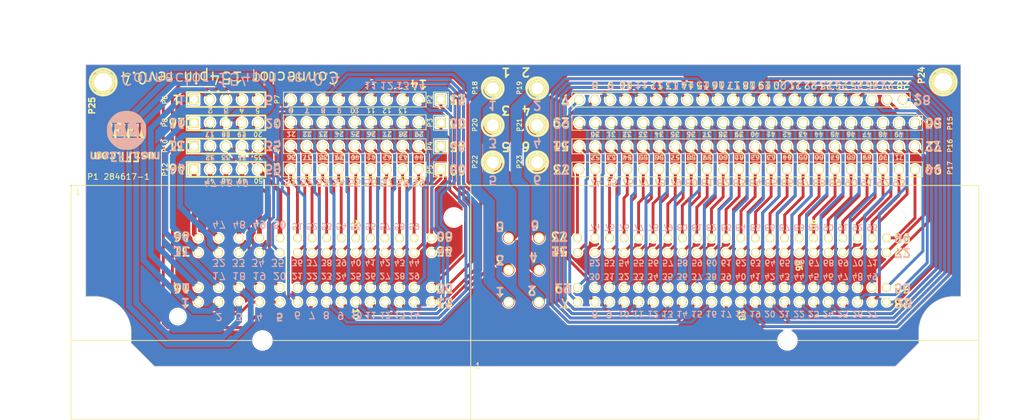
<source format=kicad_pcb>
(kicad_pcb (version 20211014) (generator pcbnew)
  (title_block (title "284617-1 connector break out board") (date "2022-12-08") (rev "R0.4") (company "rusEFI"))
  (layers (0 "F.Cu" signal) (31 "B.Cu" signal) (34 "B.Paste" user) (35 "F.Paste" user) (36 "B.SilkS" user "B.Silkscreen") (37 "F.SilkS" user "F.Silkscreen") (38 "B.Mask" user) (39 "F.Mask" user) (44 "Edge.Cuts" user))
  (net 0 "")
  (net 1 "/GND")
  (net 2 "N-000001")
  (net 3 "N-0000010")
  (net 4 "N-00000100")
  (net 5 "N-00000101")
  (net 6 "N-00000102")
  (net 7 "N-00000103")
  (net 8 "N-00000104")
  (net 9 "N-00000105")
  (net 10 "N-00000106")
  (net 11 "N-00000107")
  (net 12 "N-00000108")
  (net 13 "N-00000109")
  (net 14 "N-0000011")
  (net 15 "N-00000110")
  (net 16 "N-00000111")
  (net 17 "N-00000112")
  (net 18 "N-00000113")
  (net 19 "N-00000114")
  (net 20 "N-00000115")
  (net 21 "N-00000116")
  (net 22 "N-00000117")
  (net 23 "N-00000118")
  (net 24 "N-00000119")
  (net 25 "N-0000012")
  (net 26 "N-00000120")
  (net 27 "N-00000121")
  (net 28 "N-00000122")
  (net 29 "N-00000123")
  (net 30 "N-00000124")
  (net 31 "N-00000125")
  (net 32 "N-00000126")
  (net 33 "N-00000127")
  (net 34 "N-00000128")
  (net 35 "N-00000129")
  (net 36 "N-0000013")
  (net 37 "N-00000130")
  (net 38 "N-00000131")
  (net 39 "N-00000132")
  (net 40 "N-00000133")
  (net 41 "N-00000134")
  (net 42 "N-00000135")
  (net 43 "N-00000136")
  (net 44 "N-00000137")
  (net 45 "N-00000138")
  (net 46 "N-00000139")
  (net 47 "N-0000014")
  (net 48 "N-00000140")
  (net 49 "N-00000141")
  (net 50 "N-00000142")
  (net 51 "N-00000143")
  (net 52 "N-00000144")
  (net 53 "N-00000145")
  (net 54 "N-00000146")
  (net 55 "N-00000147")
  (net 56 "N-00000148")
  (net 57 "N-00000149")
  (net 58 "N-0000015")
  (net 59 "N-00000150")
  (net 60 "N-00000151")
  (net 61 "N-00000152")
  (net 62 "N-00000153")
  (net 63 "N-00000154")
  (net 64 "N-00000155")
  (net 65 "N-0000016")
  (net 66 "N-0000017")
  (net 67 "N-0000018")
  (net 68 "N-0000019")
  (net 69 "N-000002")
  (net 70 "N-0000020")
  (net 71 "N-0000021")
  (net 72 "N-0000022")
  (net 73 "N-0000023")
  (net 74 "N-0000024")
  (net 75 "N-0000025")
  (net 76 "N-0000026")
  (net 77 "N-0000027")
  (net 78 "N-0000028")
  (net 79 "N-0000029")
  (net 80 "N-000003")
  (net 81 "N-0000030")
  (net 82 "N-0000031")
  (net 83 "N-0000032")
  (net 84 "N-0000033")
  (net 85 "N-0000034")
  (net 86 "N-0000035")
  (net 87 "N-0000036")
  (net 88 "N-0000037")
  (net 89 "N-0000038")
  (net 90 "N-0000039")
  (net 91 "N-000004")
  (net 92 "N-0000040")
  (net 93 "N-0000041")
  (net 94 "N-0000042")
  (net 95 "N-0000043")
  (net 96 "N-0000044")
  (net 97 "N-0000045")
  (net 98 "N-0000046")
  (net 99 "N-0000047")
  (net 100 "N-0000048")
  (net 101 "N-0000049")
  (net 102 "N-000005")
  (net 103 "N-0000050")
  (net 104 "N-0000051")
  (net 105 "N-0000052")
  (net 106 "N-0000053")
  (net 107 "N-0000054")
  (net 108 "N-0000055")
  (net 109 "N-0000056")
  (net 110 "N-0000057")
  (net 111 "N-0000058")
  (net 112 "N-0000059")
  (net 113 "N-000006")
  (net 114 "N-0000060")
  (net 115 "N-0000061")
  (net 116 "N-0000062")
  (net 117 "N-0000063")
  (net 118 "N-0000064")
  (net 119 "N-0000065")
  (net 120 "N-0000066")
  (net 121 "N-0000067")
  (net 122 "N-0000068")
  (net 123 "N-0000069")
  (net 124 "N-000007")
  (net 125 "N-0000070")
  (net 126 "N-0000071")
  (net 127 "N-0000072")
  (net 128 "N-0000073")
  (net 129 "N-0000074")
  (net 130 "N-0000075")
  (net 131 "N-0000076")
  (net 132 "N-0000077")
  (net 133 "N-0000078")
  (net 134 "N-0000079")
  (net 135 "N-000008")
  (net 136 "N-0000080")
  (net 137 "N-0000081")
  (net 138 "N-0000082")
  (net 139 "N-0000083")
  (net 140 "N-0000085")
  (net 141 "N-0000086")
  (net 142 "N-0000087")
  (net 143 "N-0000088")
  (net 144 "N-0000089")
  (net 145 "N-000009")
  (net 146 "N-0000090")
  (net 147 "N-0000091")
  (net 148 "N-0000092")
  (net 149 "N-0000093")
  (net 150 "N-0000094")
  (net 151 "N-0000095")
  (net 152 "N-0000096")
  (net 153 "N-0000097")
  (net 154 "N-0000098")
  (net 155 "N-0000099")
  (footprint "PIN_ARRAY_9x1" (layer "F.Cu") (at 121.12 101)
    (fp_text reference "P7")
    (fp_text value "CONN_9" hide)
  )
  (footprint "PIN_ARRAY_9x1" (layer "F.Cu") (at 121.12 105)
    (fp_text reference "P9")
    (fp_text value "CONN_9" hide)
  )
  (footprint "PIN_ARRAY_9x1" (layer "F.Cu") (at 121.12 109)
    (fp_text reference "P11")
    (fp_text value "CONN_9" hide)
  )
  (footprint "PIN_ARRAY_9x1" (layer "F.Cu") (at 121.12 113)
    (fp_text reference "P13")
    (fp_text value "CONN_9" hide)
  )
  (footprint "PIN_ARRAY_5x1" (layer "F.Cu") (at 99.06 101)
    (fp_text reference "P6")
    (fp_text value "CONN_5" hide)
  )
  (footprint "PIN_ARRAY_5x1" (layer "F.Cu") (at 99.06 105)
    (fp_text reference "P8")
    (fp_text value "CONN_5" hide)
  )
  (footprint "PIN_ARRAY_5x1" (layer "F.Cu") (at 99.06 109)
    (fp_text reference "P10")
    (fp_text value "CONN_5" hide)
  )
  (footprint "PIN_ARRAY_5x1" (layer "F.Cu") (at 99.06 113)
    (fp_text reference "P12")
    (fp_text value "CONN_5" hide)
  )
  (footprint "1pin(m)" (layer "F.Cu") (at 144.78 99.06)
    (fp_text reference "P18")
    (fp_text value "CONN_1" hide)
  )
  (footprint "1pin(m)" (layer "F.Cu") (at 152.4 99.06)
    (fp_text reference "P19")
    (fp_text value "CONN_1" hide)
  )
  (footprint "1pin(m)" (layer "F.Cu") (at 144.78 105.41)
    (fp_text reference "P20")
    (fp_text value "CONN_1" hide)
  )
  (footprint "1pin(m)" (layer "F.Cu") (at 152.4 105.41)
    (fp_text reference "P21")
    (fp_text value "CONN_1" hide)
  )
  (footprint "1pin(m)" (layer "F.Cu") (at 144.78 111.76)
    (fp_text reference "P22")
    (fp_text value "CONN_1" hide)
  )
  (footprint "1pin(m)" (layer "F.Cu") (at 152.4 111.76)
    (fp_text reference "P23")
    (fp_text value "CONN_1" hide)
  )
  (footprint "PIN_ARRAY_1" (layer "F.Cu") (at 135.89 113)
    (fp_text reference "P5")
    (fp_text value "CONN_1" hide)
  )
  (footprint "PIN_ARRAY_1" (layer "F.Cu") (at 135.89 109)
    (fp_text reference "P4")
    (fp_text value "CONN_1" hide)
  )
  (footprint "PIN_ARRAY_1" (layer "F.Cu") (at 135.89 105)
    (fp_text reference "P3")
    (fp_text value "CONN_1" hide)
  )
  (footprint "PIN_ARRAY_1" (layer "F.Cu") (at 135.89 101)
    (fp_text reference "P2")
    (fp_text value "CONN_1" hide)
  )
  (footprint "PIN_ARRAY_22x1" (layer "F.Cu") (at 187.36 101)
    (fp_text reference "P14")
    (fp_text value "CONN_22" hide)
  )
  (footprint "PIN_ARRAY_22x1" (layer "F.Cu") (at 188.36 113)
    (fp_text reference "P17")
    (fp_text value "CONN_22" hide)
  )
  (footprint "PIN_ARRAY_22x1" (layer "F.Cu") (at 188.39 109)
    (fp_text reference "P16")
    (fp_text value "CONN_22" hide)
  )
  (footprint "PIN_ARRAY_22x1" (layer "F.Cu") (at 188.39 105)
    (fp_text reference "P15")
    (fp_text value "CONN_22" hide)
  )
  (footprint "1pin" (layer "F.Cu") (at 78 98)
    (fp_text reference "P25")
    (fp_text value "CONN_1" hide)
  )
  (footprint "1pin" (layer "F.Cu") (at 222 98)
    (fp_text reference "P24")
    (fp_text value "CONN_1" hide)
  )
  (footprint "rusEFI_lib:LOGO" (layer "F.Cu") (at 82 106.25 180)
    (fp_text reference "G?" hide)
    (fp_text value "LOGO" hide)
  )
  (footprint "rusEFI_lib:284617-1" (layer "F.Cu") (at 72.5 115.75)
    (fp_text reference "P1")
    (fp_text value "284617-1")
  )
  (footprint "rusEFI_lib:LOGO_F" (layer "B.Cu") (at 82 106.25 180)
    (fp_text reference "G?" hide)
    (fp_text value "LOGO" hide)
  )
  (gr_line (start 213.8 146.8) (end 217.8 142.8) (layer "Edge.Cuts") (width 0.1))
  (gr_line (start 225 95) (end 225 134.8) (layer "Edge.Cuts") (width 0.1))
  (gr_arc (start 76.6 134.8) (mid 80.984062 136.615938) (end 82.8 141) (layer "Edge.Cuts") (width 0.1))
  (gr_line (start 82.8 142.8) (end 86.8 146.8) (layer "Edge.Cuts") (width 0.1))
  (gr_line (start 217.8 142.8) (end 217.8 140.8) (layer "Edge.Cuts") (width 0.1))
  (gr_line (start 223.8 134.8) (end 225 134.8) (layer "Edge.Cuts") (width 0.1))
  (gr_line (start 75 134.8) (end 76.6 134.8) (layer "Edge.Cuts") (width 0.1))
  (gr_arc (start 217.8 140.8) (mid 219.557359 136.557359) (end 223.8 134.8) (layer "Edge.Cuts") (width 0.1))
  (gr_line (start 75 134.8) (end 75 95) (layer "Edge.Cuts") (width 0.1))
  (gr_line (start 86.8 146.8) (end 213.8 146.8) (layer "Edge.Cuts") (width 0.1))
  (gr_line (start 75 95) (end 225 95) (layer "Edge.Cuts") (width 0.1))
  (gr_line (start 82.8 142.8) (end 82.8 141) (layer "Edge.Cuts") (width 0.1))
  (gr_text "Connector 154pin rev0.4" (at 99.87 97.44 180) (layer "B.SilkS") (effects (font (size 2 2) (thickness 0.25)) (justify mirror)))
  (gr_text "14" (at 132.07 98.58 -180) (layer "B.SilkS") (effects (font (size 1.2 1.2) (thickness 0.2)) (justify mirror)))
  (gr_text "19" (at 104.78392 131.26 -180) (layer "B.SilkS") (effects (font (size 1.2 1.2) (thickness 0.2)) (justify mirror)))
  (gr_text "10" (at 120.98 102.88 -180) (layer "B.SilkS") (effects (font (size 0.8 0.8)) (justify mirror)))
  (gr_text "7" (at 156.845 135.89 180) (layer "B.SilkS") (effects (font (size 1.5 1.5) (thickness 0.3)) (justify mirror)))
  (gr_text "15" (at 180.81647 98.58 -180) (layer "B.SilkS") (effects (font (size 1.2 1.2) (thickness 0.2)) (justify mirror)))
  (gr_text "54" (at 118.37625 115.24 -180) (layer "B.SilkS") (effects (font (size 1.2 1.2) (thickness 0.2)) (justify mirror)))
  (gr_text "32" (at 167.254627 131.35 -180) (layer "B.SilkS") (effects (font (size 1 1) (thickness 0.2)) (justify mirror)))
  (gr_text "72" (at 220.24 108.9 180) (layer "B.SilkS") (effects (font (size 1.5 1.5) (thickness 0.3)) (justify mirror)))
  (gr_text "48" (at 211.607889 107.02 -180) (layer "B.SilkS") (effects (font (size 0.8 0.8)) (justify mirror)))
  (gr_text "66" (at 200.669469 110.94 -180) (layer "B.SilkS") (effects (font (size 0.8 0.8)) (justify mirror)))
  (gr_text "63" (at 189.826717 129.01 -180) (layer "B.SilkS") (effects (font (size 1 1) (thickness 0.2)) (justify mirror)))
  (gr_text "90" (at 206.204736 115.24 -180) (layer "B.SilkS") (effects (font (size 1.2 1.2) (thickness 0.2)) (justify mirror)))
  (gr_text "28" (at 129.34125 106.95 -180) (layer "B.SilkS") (effects (font (size 0.8 0.8)) (justify mirror)))
  (gr_text "33" (at 99.08 110.94 -180) (layer "B.SilkS") (effects (font (size 0.8 0.8)) (justify mirror)))
  (gr_text "9" (at 165.02 98.58 -180) (layer "B.SilkS") (effects (font (size 1.2 1.2) (thickness 0.2)) (justify mirror)))
  (gr_text "5" (at 106.4 101.01 180) (layer "B.SilkS") (effects (font (size 1.5 1.5) (thickness 0.3)) (justify mirror)))
  (gr_text "27" (at 209.82 137.79 -180) (layer "B.SilkS") (effects (font (size 1 1) (thickness 0.2)) (justify mirror)))
  (gr_text "13" (at 175.545882 98.58 -180) (layer "B.SilkS") (effects (font (size 1.2 1.2) (thickness 0.2)) (justify mirror)))
  (gr_text "12" (at 172.258234 137.79 -180) (layer "B.SilkS") (effects (font (size 1 1) (thickness 0.2)) (justify mirror)))
  (gr_text "23" (at 201.898822 98.58 -180) (layer "B.SilkS") (effects (font (size 1.2 1.2) (thickness 0.2)) (justify mirror)))
  (gr_text "66" (at 197.339458 129.01 -180) (layer "B.SilkS") (effects (font (size 1 1) (thickness 0.2)) (justify mirror)))
  (gr_text "70" (at 211.637889 110.94 -180) (layer "B.SilkS") (effects (font (size 0.8 0.8)) (justify mirror)))
  (gr_text "20" (at 192.29117 137.79 -180) (layer "B.SilkS") (effects (font (size 1 1) (thickness 0.2)) (justify mirror)))
  (gr_text "13" (at 174.762351 137.79 -180) (layer "B.SilkS") (effects (font (size 1 1) (thickness 0.2)) (justify mirror)))
  (gr_text "62" (at 187.32247 129.01 -180) (layer "B.SilkS") (effects (font (size 1 1) (thickness 0.2)) (justify mirror)))
  (gr_text "32" (at 96.34 110.94 -180) (layer "B.SilkS") (effects (font (size 0.8 0.8)) (justify mirror)))
  (gr_text "40" (at 189.671049 107.02 -180) (layer "B.SilkS") (effects (font (size 0.8 0.8)) (justify mirror)))
  (gr_text "81" (at 181.558947 115.24 -180) (layer "B.SilkS") (effects (font (size 1.2 1.2) (thickness 0.2)) (justify mirror)))
  (gr_text "22" (at 112.90875 106.95 -180) (layer "B.SilkS") (effects (font (size 0.8 0.8)) (justify mirror)))
  (gr_text "46" (at 206.123679 107.02 -180) (layer "B.SilkS") (effects (font (size 0.8 0.8)) (justify mirror)))
  (gr_text "5" (at 144.79 114.84 180) (layer "B.SilkS") (effects (font (size 1.5 1.5) (thickness 0.3)) (justify mirror)))
  (gr_text "20" (at 193.99294 98.58 -180) (layer "B.SilkS") (effects (font (size 1.2 1.2) (thickness 0.2)) (justify mirror)))
  (gr_text "45" (at 199.789324 131.35 -180) (layer "B.SilkS") (effects (font (size 1 1) (thickness 0.2)) (justify mirror)))
  (gr_text "53" (at 115.6375 115.24 -180) (layer "B.SilkS") (effects (font (size 1.2 1.2) (thickness 0.2)) (justify mirror)))
  (gr_text "10" (at 167.64 98.58 -180) (layer "B.SilkS") (effects (font (size 1.2 1.2) (thickness 0.2)) (justify mirror)))
  (gr_text "39" (at 184.77331 131.35 -180) (layer "B.SilkS") (effects (font (size 1 1) (thickness 0.2)) (justify mirror)))
  (gr_text "37" (at 179.767972 131.35 -180) (layer "B.SilkS") (effects (font (size 1 1) (thickness 0.2)) (justify mirror)))
  (gr_text "81" (at 179.778683 122.93 -180) (layer "B.SilkS") (effects (font (size 1 1) (thickness 0.2)) (justify mirror)))
  (gr_text "71" (at 209.860711 129.01 -180) (layer "B.SilkS") (effects (font (size 1 1) (thickness 0.2)) (justify mirror)))
  (gr_text "21" (at 196.628234 98.58 -180) (layer "B.SilkS") (effects (font (size 1.2 1.2) (thickness 0.2)) (justify mirror)))
  (gr_text "41" (at 189.778648 131.35 -180) (layer "B.SilkS") (effects (font (size 1 1) (thickness 0.2)) (justify mirror)))
  (gr_text "41" (at 123.80625 128.98 -180) (layer "B.SilkS") (effects (font (size 1 1) (thickness 0.2)) (justify mirror)))
  (gr_text "18" (at 101.31196 131.26 -180) (layer "B.SilkS") (effects (font (size 1.2 1.2) (thickness 0.2)) (justify mirror)))
  (gr_text "10" (at 167.25 137.79 -180) (layer "B.SilkS") (effects (font (size 1 1) (thickness 0.2)) (justify mirror)))
  (gr_text "65" (at 197.927364 110.94 -180) (layer "B.SilkS") (effects (font (size 0.8 0.8)) (justify mirror)))
  (gr_text "52" (at 113.80125 122.74 -180) (layer "B.SilkS") (effects (font (size 1 1) (thickness 0.2)) (justify mirror)))
  (gr_text "46" (at 202.291993 131.35 -180) (layer "B.SilkS") (effects (font (size 1 1) (thickness 0.2)) (justify mirror)))
  (gr_text "35" (at 107.935 128.98 -180) (layer "B.SilkS") (effects (font (size 1.2 1.2) (thickness 0.2)) (justify mirror)))
  (gr_text "51" (at 111.3 122.74 -180) (layer "B.SilkS") (effects (font (size 1 1) (thickness 0.2)) (justify mirror)))
  (gr_text "38" (at 115.6275 110.94 -180) (layer "B.SilkS") (effects (font (size 0.8 0.8)) (justify mirror)))
  (gr_text "30" (at 162.249999 107.02 -180) (layer "B.SilkS") (effects (font (size 0.8 0.8)) (justify mirror)))
  (gr_text "29" (at 132.08 106.95 -180) (layer "B.SilkS") (effects (font (size 0.8 0.8)) (justify mirror)))
  (gr_text "43" (at 129.32125 110.94 -180) (layer "B.SilkS") (effects (font (size 0.8 0.8)) (justify mirror)))
  (gr_text "14" (at 177.266468 137.79 -180) (layer "B.SilkS") (effects (font (size 1 1) (thickness 0.2)) (justify mirror)))
  (gr_text "37" (at 112.88875 110.94 -180) (layer "B.SilkS") (effects (font (size 0.8 0.8)) (justify mirror)))
  (gr_text "42" (at 126.3075 128.98 -180) (layer "B.SilkS") (effects (font (size 1 1) (thickness 0.2)) (justify mirror)))
  (gr_text "48" (at 101.311961 122.4235 180) (layer "B.SilkS") (effects (font (size 1.2 1.2) (thickness 0.2)) (justify mirror)))
  (gr_text "46" (at 91.44 124.46 180) (layer "B.SilkS") (effects (font (size 1.5 1.5) (thickness 0.3)) (justify mirror)))
  (gr_text "52" (at 112.89875 115.24 -180) (layer "B.SilkS") (effects (font (size 1.2 1.2) (thickness 0.2)) (justify mirror)))
  (gr_text "43" (at 194.783986 131.35 -180) (layer "B.SilkS") (effects (font (size 1 1) (thickness 0.2)) (justify mirror)))
  (gr_text "22" (at 199.263528 98.58 -180) (layer "B.SilkS") (effects (font (size 1.2 1.2) (thickness 0.2)) (justify mirror)))
  (gr_text "26" (at 123.86375 106.95 -180) (layer "B.SilkS") (effects (font (size 0.8 0.8)) (justify mirror)))
  (gr_text "79" (at 176.082105 115.24 -180) (layer "B.SilkS") (effects (font (size 1.2 1.2) (thickness 0.2)) (justify mirror)))
  (gr_text "24" (at 204.534116 98.58 -180) (layer "B.SilkS") (effects (font (size 1.2 1.2) (thickness 0.2)) (justify mirror)))
  (gr_text "90" (at 202.302704 122.93 -180) (layer "B.SilkS") (effects (font (size 1 1) (thickness 0.2)) (justify mirror)))
  (gr_text "3" (at 101.311961 138.2865 180) (layer "B.SilkS") (effects (font (size 1.2 1.2) (thickness 0.2)) (justify mirror)))
  (gr_text "33" (at 169.757296 131.35 -180) (layer "B.SilkS") (effects (font (size 1 1) (thickness 0.2)) (justify mirror)))
  (gr_text "71" (at 214.38 110.94 -180) (layer "B.SilkS") (effects (font (size 0.8 0.8)) (justify mirror)))
  (gr_text "14" (at 131.31 137.97 -180) (layer "B.SilkS") (effects (font (size 1 1) (thickness 0.2)) (justify mirror)))
  (gr_text "44" (at 200.639469 107.02 -180) (layer "B.SilkS") (effects (font (size 0.8 0.8)) (justify mirror)))
  (gr_text "1" (at 144.75 102 180) (layer "B.SilkS") (effects (font (size 1.5 1.5) (thickness 0.3)) (justify mirror)))
  (gr_text "49" (at 214.35 107.02 -180) (layer "B.SilkS") (effects (font (size 0.8 0.8)) (justify mirror)))
  (gr_text "53" (at 165.022104 110.94 -180) (layer "B.SilkS") (effects (font (size 0.8 0.8)) (justify mirror)))
  (gr_text "26" (at 207.315872 137.79 -180) (layer "B.SilkS") (effects (font (size 1 1) (thickness 0.2)) (justify mirror)))
  (gr_text "62" (at 189.701049 110.94 -180) (layer "B.SilkS") (effects (font (size 0.8 0.8)) (justify mirror)))
  (gr_text "25" (at 121.125 106.95 -180) (layer "B.SilkS") (effects (font (size 0.8 0.8)) (justify mirror)))
  (gr_text "48" (at 99.076666 115.24 -180) (layer "B.SilkS") (effects (font (size 1.2 1.2) (thickness 0.2)) (justify mirror)))
  (gr_text "59" (at 132.07 115.24 -180) (layer "B.SilkS") (effects (font (size 1.2 1.2) (thickness 0.2)) (justify mirror)))
  (gr_text "54" (at 167.764209 110.94 -180) (layer "B.SilkS") (effects (font (size 0.8 0.8)) (justify mirror)))
  (gr_text "42" (at 126.5825 110.94 -180) (layer "B.SilkS") (effects (font (size 0.8 0.8)) (justify mirror)))
  (gr_text "82" (at 184.297368 115.24 -180) (layer "B.SilkS") (effects (font (size 1.2 1.2) (thickness 0.2)) (justify mirror)))
  (gr_text "17" (at 184.778819 137.79 -180) (layer "B.SilkS") (effects (font (size 1 1) (thickness 0.2)) (justify mirror)))
  (gr_text "40" (at 121.305 128.98 -180) (layer "B.SilkS") (effects (font (size 1 1) (thickness 0.2)) (justify mirror)))
  (gr_text "79" (at 174.773345 122.93 -180) (layer "B.SilkS") (effects (font (size 1 1) (thickness 0.2)) (justify mirror)))
  (gr_text "28" (at 218.425 101.02 180) (layer "B.SilkS") (effects (font (size 1.5 1.5) (thickness 0.3)) (justify mirror)))
  (gr_text "55" (at 169.792741 129.01 -180) (layer "B.SilkS") (effects (font (size 1 1) (thickness 0.2)) (justify mirror)))
  (gr_text "91" (at 204.805373 122.93 -180) (layer "B.SilkS") (effects (font (size 1 1) (thickness 0.2)) (justify mirror)))
  (gr_text "16\n" (at 91.44 133.35 180) (layer "B.SilkS") (effects (font (size 1.5 1.5) (thickness 0.3)) (justify mirror)))
  (gr_text "55" (at 121.305 122.74 -180) (layer "B.SilkS") (effects (font (size 1 1) (thickness 0.2)) (justify mirror)))
  (gr_text "17" (at 186.087058 98.58 -180) (layer "B.SilkS") (effects (font (size 1.2 1.2) (thickness 0.2)) (justify mirror)))
  (gr_text "49" (at 101.803332 115.24 -180) (layer "B.SilkS") (effects (font (size 1.2 1.2) (thickness 0.2)) (justify mirror)))
  (gr_text "24" (at 118.38625 106.95 -180) (layer "B.SilkS") (effects (font (size 0.8 0.8)) (justify mirror)))
  (gr_text "23" (at 116.3025 131.26 -180) (layer "B.SilkS") (effects (font (size 1 1) (thickness 0.2)) (justify mirror)))
  (gr_text "92" (at 211.681578 115.24 -180) (layer "B.SilkS") (effects (font (size 1.2 1.2) (thickness 0.2)) (justify mirror)))
  (gr_text "55" (at 121.115 115.24 -180) (layer "B.SilkS") (effects (font (size 1.2 1.2) (thickness 0.2)) (justify mirror)))
  (gr_text "45" (at 138.77 108.9 180) (layer "B.SilkS") (effects (font (size 1.5 1.5) (thickness 0.3)) (justify mirror)))
  (gr_text "40" (at 187.275979 131.35 -180) (layer "B.SilkS") (effects (font (size 1 1) (thickness 0.2)) (justify mirror)))
  (gr_text "5" (at 146 122.75 180) (layer "B.SilkS") (effects (font (size 1.5 1.5) (thickness 0.3)) (justify mirror)))
  (gr_text "6" (at 152.4 114.75 180) (layer "B.SilkS") (effects (font (size 1.5 1.5) (thickness 0.3)) (justify mirror)))
  (gr_text "53" (at 116.3025 122.74 -180) (layer "B.SilkS") (effects (font (size 1 1) (thickness 0.2)) (justify mirror)))
  (gr_text "50" (at 215 133.35 180) (layer "B.SilkS") (effects (font (size 1.5 1.5) (thickness 0.3)) (justify mirror)))
  (gr_text "94" (at 215 124.75 180) (layer "B.SilkS") (effects (font (size 1.5 1.5) (thickness 0.3)) (justify mirror)))
  (gr_text "77" (at 169.768007 122.93 -180) (layer "B.SilkS") (effects (font (size 1 1) (thickness 0.2)) (justify mirror)))
  (gr_text "58" (at 178.732629 110.94 -180) (layer "B.SilkS") (effects (font (size 0.8 0.8)) (justify mirror)))
  (gr_text "64" (at 192.330964 129.01 -180) (layer "B.SilkS") (effects (font (size 1 1) (thickness 0.2)) (justify mirror)))
  (gr_text "35" (at 175.960524 107.02 -180) (layer "B.SilkS") (effects (font (size 0.8 0.8)) (justify mirror)))
  (gr_text "36" (at 111.3 128.98 -180) (layer "B.SilkS") (effects (font (size 1 1) (thickness 0.2)) (justify mirror)))
  (gr_text "93\n" (at 209.810711 122.93 -180) (layer "B.SilkS") (effects (font (size 1 1) (thickness 0.2)) (justify mirror)))
  (gr_text "3" (at 144.78 108.42 180) (layer "B.SilkS") (effects (font (size 1.5 1.5) (thickness 0.3)) (justify mirror)))
  (gr_text "22" (at 197.299404 137.79 -180) (layer "B.SilkS") (effects (font (size 1 1) (thickness 0.2)) (justify mirror)))
  (gr_text "80" (at 177.276014 122.93 -180) (layer "B.SilkS") (effects (font (size 1 1) (thickness 0.2)) (justify mirror)))
  (gr_text "34" (at 104.57 128.98 -180) (layer "B.SilkS") (effects (font (size 1.2 1.2) (thickness 0.2)) (justify mirror)))
  (gr_text "73" (at 156.575714 112.93 180) (layer "B.SilkS") (effects (font (size 1.5 1.5) (thickness 0.3)) (justify mirror)))
  (gr_text "45" (at 203.381574 107.02 -180) (layer "B.SilkS") (effects (font (size 0.8 0.8)) (justify mirror)))
  (gr_text "84" (at 189.77421 115.24 -180) (layer "B.SilkS") (effects (font (size 1.2 1.2) (thickness 0.2)) (justify mirror)))
  (gr_text "53" (at 164.784247 129.01 -180) (layer "B.SilkS") (effects (font (size 1 1) (thickness 0.2)) (justify mirror)))
  (gr_text "78" (at 173.343684 115.24 -180) (layer "B.SilkS") (effects (font (size 1.2 1.2) (thickness 0.2)) (justify mirror)))
  (gr_text "57" (at 175.990524 110.94 -180) (layer "B.SilkS") (effects (font (size 0.8 0.8)) (justify mirror)))
  (gr_text "74" (at 162.26 122.93 -180) (layer "B.SilkS") (effects (font (size 1 1) (thickness 0.2)) (justify mirror)))
  (gr_text "20" (at 108.255882 131.26 -180) (layer "B.SilkS") (effects (font (size 1.2 1.2) (thickness 0.2)) (justify mirror)))
  (gr_text "7" (at 113.773334 137.97 -180) (layer "B.SilkS") (effects (font (size 1.2 1.2) (thickness 0.2)) (justify mirror)))
  (gr_text "9" (at 164.72 137.79 -180) (layer "B.SilkS") (effects (font (size 1.2 1.2) (thickness 0.2)) (justify mirror)))
  (gr_text "28" (at 215.265 135.89 180) (layer "B.SilkS") (effects (font (size 1.5 1.5) (thickness 0.3)) (justify mirror)))
  (gr_text "2" (at 96.44 102.88 -180) (layer "B.SilkS") (effects (font (size 0.8 0.8)) (justify mirror)))
  (gr_text "36" (at 178.702629 107.02 -180) (layer "B.SilkS") (effects (font (size 0.8 0.8)) (justify mirror)))
  (gr_text "29" (at 156.845 133.35 180) (layer "B.SilkS") (effects (font (size 1.5 1.5) (thickness 0.3)) (justify mirror)))
  (gr_text "19" (at 101.783332 107.02 -180) (layer "B.SilkS") (effects (font (size 0.8 0.8)) (justify mirror)))
  (gr_text "34" (at 101.82 110.94 -180) (layer "B.SilkS") (effects (font (size 0.8 0.8)) (justify mirror)))
  (gr_text "50" (at 107.114286 112.89 180) (layer "B.SilkS") (effects (font (size 1.5 1.5) (thickness 0.3)) (justify mirror)))
  (gr_text "19" (at 189.787053 137.79 -180) (layer "B.SilkS") (effects (font (size 1 1) (thickness 0.2)) (justify mirror)))
  (gr_text "6" (at 111.300001 137.97 -180) (layer "B.SilkS") (effects (font (size 1.2 1.2) (thickness 0.2)) (justify mirror)))
  (gr_text "28" (at 128.80875 131.26 -180) (layer "B.SilkS") (effects (font (size 1 1) (thickness 0.2)) (justify mirror)))
  (gr_text "69" (at 204.852199 129.01 -180) (layer "B.SilkS") (effects (font (size 1 1) (thickness 0.2)) (justify mirror)))
  (gr_text "16\n" (at 90.69 105.08 180) (layer "B.SilkS") (effects (font (size 1.5 1.5) (thickness 0.3)) (justify mirror)))
  (gr_text "59" (at 131.31 122.74 -180) (layer "B.SilkS") (effects (font (size 1 1) (thickness 0.2)) (justify mirror)))
  (gr_text "16" (at 183.451764 98.58 -180) (layer "B.SilkS") (effects (font (size 1.2 1.2) (thickness 0.2)) (justify mirror)))
  (gr_text "50" (at 108.255883 122.4235 180) (layer "B.SilkS") (effects (font (size 1.2 1.2) (thickness 0.3)) (justify mirror)))
  (gr_text "9" (at 118.72 138.05 -180) (layer "B.SilkS") (effects (font (size 1.2 1.2) (thickness 0.2)) (justify mirror)))
  (gr_text "6" (at 152 122.5 180) (layer "B.SilkS") (effects (font (size 1.5 1.5) (thickness 0.3)) (justify mirror)))
  (gr_text "89" (at 199.800035 122.93 -180) (layer "B.SilkS") (effects (font (size 1 1) (thickness 0.2)) (justify mirror)))
  (gr_text "43" (at 128.80875 128.98 -180) (layer "B.SilkS") (effects (font (size 1 1) (thickness 0.2)) (justify mirror)))
  (gr_text "42" (at 195.155259 107.02 -180) (layer "B.SilkS") (effects (font (size 0.8 0.8)) (justify mirror)))
  (gr_text "60" (at 136.525 124.46 180) (layer "B.SilkS") (effects (font (size 1.5 1.5) (thickness 0.3)) (justify mirror)))
  (gr_text "32" (at 167.734209 107.02 -180) (layer "B.SilkS") (effects (font (size 0.8 0.8)) (justify mirror)))
  (gr_text "56" (at 173.248419 110.94 -180) (layer "B.SilkS") (effects (font (size 0.8 0.8)) (justify mirror)))
  (gr_text "7" (at 112.873333 102.88 -180) (layer "B.SilkS") (effects (font (size 0.8 0.8)) (justify mirror)))
  (gr_text "58" (at 177.305482 129.01 -180) (layer "B.SilkS") (effects (font (size 1 1) (thickness 0.2)) (justify mirror)))
  (gr_text "56" (at 123.80625 122.74 -180) (layer "B.SilkS") (effects (font (size 1 1) (thickness 0.2)) (justify mirror)))
  (gr_text "52" (at 162.28 129.01 -180) (layer "B.SilkS") (effects (font (size 1 1) (thickness 0.2)) (justify mirror)))
  (gr_text "18" (at 187.282936 137.79 -180) (layer "B.SilkS") (effects (font (size 1 1) (thickness 0.2)) (justify mirror)))
  (gr_text "57" (at 126.3075 122.74 -180) (layer "B.SilkS") (effects (font (size 1 1) (thickness 0.2)) (justify mirror)))
  (gr_text "27" (at 126.6025 106.95 -180) (layer "B.SilkS") (effects (font (size 0.8 0.8)) (justify mirror)))
  (gr_text "12" (at 172.910588 98.58 -180) (layer "B.SilkS") (effects (font (size 1.2 1.2) (thickness 0.2)) (justify mirror)))
  (gr_text "60" (at 182.313976 129.01 -180) (layer "B.SilkS") (effects (font (size 1 1) (thickness 0.2)) (justify mirror)))
  (gr_text "4" (at 151.75 128 180) (layer "B.SilkS") (effects (font (size 1.5 1.5) (thickness 0.3)) (justify mirror)))
  (gr_text "10" (at 121.43 137.98 -180) (layer "B.SilkS") (effects (font (size 1 1) (thickness 0.2)) (justify mirror)))
  (gr_text "47" (at 204.794662 131.35 -180) (layer "B.SilkS") (effects (font (size 1 1) (thickness 0.2)) (justify mirror)))
  (gr_text "20" (at 107.114286 105.05 180) (layer "B.SilkS") (effects (font (size 1.5 1.5) (thickness 0.3)) (justify mirror)))
  (gr_text "61" (at 186.958944 110.94 -180) (layer "B.SilkS") (effects (font (size 0.8 0.8)) (justify mirror)))
  (gr_text "57" (at 126.5925 115.24 -180) (layer "B.SilkS") (effects (font (size 1.2 1.2) (thickness 0.2)) (justify mirror)))
  (gr_text "59" (at 181.474734 110.94 -180) (layer "B.SilkS") (effects (font (size 0.8 0.8)) (justify mirror)))
  (gr_text "51" (at 156.21 127 180) (layer "B.SilkS") (effects (font (size 1.5 1.5) (thickness 0.3)) (justify mirror)))
  (gr_text "38" (at 182.270641 131.35 -180) (layer "B.SilkS") (effects (font (size 1 1) (thickness 0.2)) (justify mirror)))
  (gr_text "39" (at 118.80375 128.98 -180) (layer "B.SilkS") (effects (font (size 1 1) (thickness 0.2)) (justify mirror)))
  (gr_text "11" (at 170.275294 98.58 -180) (layer "B.SilkS") (effects (font (size 1.2 1.2) (thickness 0.2)) (justify mirror)))
  (gr_text "30" (at 162.249289 131.35 -180) (layer "B.SilkS") (effects (font (size 1 1) (thickness 0.2)) (justify mirror)))
  (gr_text "21" (at 111.3 131.26 -180) (layer "B.SilkS") (effects (font (size 1 1) (thickness 0.2)) (justify mirror)))
  (gr_text "24" (at 118.80375 131.26 -180) (layer "B.SilkS") (effects (font (size 1 1) (thickness 0.2)) (justify mirror)))
  (gr_text "58" (at 128.80875 122.74 -180) (layer "B.SilkS") (effects (font (size 1 1) (thickness 0.2)) (justify mirror)))
  (gr_text "27" (at 212.44 98.58 -180) (layer "B.SilkS") (effects (font (size 1.2 1.2) (thickness 0.2)) (justify mirror)))
  (gr_text "64" (at 195.185259 110.94 -180) (layer "B.SilkS") (effects (font (size 0.8 0.8)) (justify mirror)))
  (gr_text "36" (at 177.265303 131.35 -180) (layer "B.SilkS") (effects (font (size 1 1) (thickness 0.2)) (justify mirror)))
  (gr_text "54" (at 167.288494 129.01 -180) (layer "B.SilkS") (effects (font (size 1 1) (thickness 0.2)) (justify mirror)))
  (gr_text "8" (at 116.246667 137.97 -180) (layer "B.SilkS") (effects (font (size 1.2 1.2) (thickness 0.2)) (justify mirror)))
  (gr_text "39" (at 186.928944 107.02 -180) (layer "B.SilkS") (effects (font (size 0.8 0.8)) (justify mirror)))
  (gr_text "76" (at 167.265338 122.93 -180) (layer "B.SilkS") (effects (font (size 1 1) (thickness 0.2)) (justify mirror)))
  (gr_text "16" (at 182.274702 137.79 -180) (layer "B.SilkS") (effects (font (size 1 1) (thickness 0.2)) (justify mirror)))
  (gr_text "49" (at 104.783921 122.4235 180) (layer "B.SilkS") (effects (font (size 1.2 1.2) (thickness 0.3)) (justify mirror)))
  (gr_text "22" (at 113.80125 131.26 -180) (layer "B.SilkS") (effects (font (size 1 1) (thickness 0.2)) (justify mirror)))
  (gr_text "25" (at 207.16941 98.58 -180) (layer "B.SilkS") (effects (font (size 1.2 1.2) (thickness 0.2)) (justify mirror)))
  (gr_text "51" (at 156.575714 108.93 180) (layer "B.SilkS") (effects (font (size 1.5 1.5) (thickness 0.3)) (justify mirror)))
  (gr_text "72" (at 215 127.25 180) (layer "B.SilkS") (effects (font (size 1.5 1.5) (thickness 0.3)) (justify mirror)))
  (gr_text "14" (at 178.181176 98.58 -180) (layer "B.SilkS") (effects (font (size 1.2 1.2) (thickness 0.2)) (justify mirror)))
  (gr_text "47" (at 96.35 115.24 -180) (layer "B.SilkS") (effects (font (size 1.2 1.2) (thickness 0.2)) (justify mirror)))
  (gr_text "35" (at 174.762634 131.35 -180) (layer "B.SilkS") (effects (font (size 1 1) (thickness 0.2)) (justify mirror)))
  (gr_text "60" (at 184.216839 110.94 -180) (layer "B.SilkS") (effects (font (size 0.8 0.8)) (justify mirror)))
  (gr_text "40" (at 121.105 110.94 -180) (layer "B.SilkS") (effects (font (size 0.8 0.8)) (justify mirror)))
  (gr_text "88" (at 197.297366 122.93 -180) (layer "B.SilkS") (effects (font (size 1 1) (thickness 0.2)) (justify mirror)))
  (gr_text "56" (at 172.296988 129.01 -180) (layer "B.SilkS") (effects (font (size 1 1) (thickness 0.2)) (justify mirror)))
  (gr_text "51" (at 110.16 115.24 -180) (layer "B.SilkS") (effects (font (size 1.2 1.2) (thickness 0.2)) (justify mirror)))
  (gr_text "63" (at 192.443154 110.94 -180) (layer "B.SilkS") (effects (font (size 0.8 0.8)) (justify mirror)))
  (gr_text "35" (at 107.114286 108.89 180) (layer "B.SilkS") (effects (font (size 1.5 1.5) (thickness 0.3)) (justify mirror)))
  (gr_text "18" (at 188.722352 98.58 -180) (layer "B.SilkS") (effects (font (size 1.2 1.2) (thickness 0.2)) (justify mirror)))
  (gr_text "70" (at 207.356446 129.01 -180) (layer "B.SilkS") (effects (font (size 1 1) (thickness 0.2)) (justify mirror)))
  (gr_text "44" (at 197.286655 131.35 -180) (layer "B.SilkS") (effects (font (size 1 1) (thickness 0.2)) (justify mirror)))
  (gr_text "55" (at 170.506314 110.94 -180) (layer "B.SilkS") (effects (font (size 0.8 0.8)) (justify mirror)))
  (gr_text "31" (at 90.69 108.92 180) (layer "B.SilkS") (effects (font (size 1.5 1.5) (thickness 0.3)) (justify mirror)))
  (gr_text "41" (at 123.84375 110.94 -180) (layer "B.SilkS") (effects (font (size 0.8 0.8)) (justify mirror)))
  (gr_text "31" (at 164.751958 131.35 -180) (layer "B.SilkS") (effects (font (size 1 1) (thickness 0.2)) (justify mirror)))
  (gr_text "46" (at 90.69 112.92 180) (layer "B.SilkS") (effects (font (size 1.5 1.5) (thickness 0.3)) (justify mirror)))
  (gr_text "68" (at 206.153679 110.94 -180) (layer "B.SilkS") (effects (font (size 0.8 0.8)) (justify mirror)))
  (gr_text "75" (at 164.762669 122.93 -180) (layer "B.SilkS") (effects (font (size 1 1) (thickness 0.2)) (justify mirror)))
  (gr_text "83" (at 184.784021 122.93 -180) (layer "B.SilkS") (effects (font (size 1 1) (thickness 0.2)) (justify mirror)))
  (gr_text "87" (at 194.794697 122.93 -180) (layer "B.SilkS") (effects (font (size 1 1) (thickness 0.2)) (justify mirror)))
  (gr_text "7" (at 157.29 101.05 180) (layer "B.SilkS") (effects (font (size 1.5 1.5) (thickness 0.3)) (justify mirror)))
  (gr_text "54" (at 118.80375 122.74 -180) (layer "B.SilkS") (effects (font (size 1 1) (thickness 0.2)) (justify mirror)))
  (gr_text "6" (at 110.09 102.88 -180) (layer "B.SilkS") (effects (font (size 0.8 0.8)) (justify mirror)))
  (gr_text "80" (at 178.820526 115.24 -180) (layer "B.SilkS") (effects (font (size 1.2 1.2) (thickness 0.2)) (justify mirror)))
  (gr_text "2" (at 152.4 102 180) (layer "B.SilkS") (effects (font (size 1.5 1.5) (thickness 0.3)) (justify mirror)))
  (gr_text "1" (at 92.075 135.89 180) (layer "B.SilkS") (effects (font (size 1.5 1.5) (thickness 0.3)) (justify mirror)))
  (gr_text "4" (at 101.833332 102.88 -180) (layer "B.SilkS") (effects (font (size 0.8 0.8)) (justify mirror)))
  (gr_text "19" (at 191.357646 98.58 -180) (layer "B.SilkS") (effects (font (size 1.2 1.2) (thickness 0.2)) (justify mirror)))
  (gr_text "87" (at 197.989473 115.24 -180) (layer "B.SilkS") (effects (font (size 1.2 1.2) (thickness 0.2)) (justify mirror)))
  (gr_text "94" (at 220.24 112.9 180) (layer "B.SilkS") (effects (font (size 1.5 1.5) (thickness 0.3)) (justify mirror)))
  (gr_text "56" (at 123.85375 115.24 -180) (layer "B.SilkS") (effects (font (size 1.2 1.2) (thickness 0.2)) (justify mirror)))
  (gr_text "48" (at 207.297331 131.35 -180) (layer "B.SilkS") (effects (font (size 1.2 1) (thickness 0.2)) (justify mirror)))
  (gr_text "85" (at 189.789359 122.93 -180) (layer "B.SilkS") (effects (font (size 1 1) (thickness 0.2)) (justify mirror)))
  (gr_text "73" (at 156.21 124.46 180) (layer "B.SilkS") (effects (font (size 1.5 1.5) (thickness 0.3)) (justify mirror)))
  (gr_text "32" (at 97.84 128.98 -180) (layer "B.SilkS") (effects (font (size 1.2 1.2) (thickness 0.2)) (justify mirror)))
  (gr_text "86" (at 192.292028 122.93 -180) (layer "B.SilkS") (effects (font (size 1 1) (thickness 0.2)) (justify mirror)))
  (gr_text "88" (at 200.727894 115.24 -180) (layer "B.SilkS") (effects (font (size 1.2 1.2) (thickness 0.2)) (justify mirror)))
  (gr_text "39" (at 118.36625 110.94 -180) (layer "B.SilkS") (effects (font (size 0.8 0.8)) (justify mirror)))
  (gr_text "15" (at 138.77 101.02 180) (layer "B.SilkS") (effects (font (size 1.5 1.5) (thickness 0.3)) (justify mirror)))
  (gr_text "13" (at 128.84 137.97 -180) (layer "B.SilkS") (effects (font (size 1 1) (thickness 0.2)) (justify mirror)))
  (gr_text "37" (at 181.444734 107.02 -180) (layer "B.SilkS") (effects (font (size 0.8 0.8)) (justify mirror)))
  (gr_text "67" (at 199.843705 129.01 -180) (layer "B.SilkS") (effects (font (size 1 1) (thickness 0.2)) (justify mirror)))
  (gr_text "75" (at 165.128421 115.24 -180) (layer "B.SilkS") (effects (font (size 1.2 1.2) (thickness 0.2)) (justify mirror)))
  (gr_text "15" (at 179.770585 137.79 -180) (layer "B.SilkS") (effects (font (size 1 1) (thickness 0.2)) (justify mirror)))
  (gr_text "8" (at 162.29 98.58 -180) (layer "B.SilkS") (effects (font (size 1.2 1.2) (thickness 0.2)) (justify mirror)))
  (gr_text "1" (at 91.404286 101.04 180) (layer "B.SilkS") (effects (font (size 1.5 1.5) (thickness 0.3)) (justify mirror)))
  (gr_text "89" (at 203.466315 115.24 -180) (layer "B.SilkS") (effects (font (size 1.2 1.2) (thickness 0.2)) (justify mirror)))
  (gr_text "33" (at 101.205 128.98 -180) (layer "B.SilkS") (effects (font (size 1.2 1.2) (thickness 0.2)) (justify mirror)))
  (gr_text "24" (at 202.307638 137.79 -180) (layer "B.SilkS") (effects (font (size 1 1) (thickness 0.2)) (justify mirror)))
  (gr_text "11" (at 123.91 98.58 -180) (layer "B.SilkS") (effects (font (size 1.2 1.2) (thickness 0.2)) (justify mirror)))
  (gr_text "23" (at 115.6475 106.95 -180) (layer "B.SilkS") (effects (font (size 0.8 0.8)) (justify mirror)))
  (gr_text "15" (at 136.525 135.89 180) (layer "B.SilkS") (effects (font (size 1.5 1.5) (thickness 0.3)) (justify mirror)))
  (gr_text "26" (at 123.80625 131.26 -180) (layer "B.SilkS") (effects (font (size 1 1) (thickness 0.2)) (justify mirror)))
  (gr_text "34" (at 173.218419 107.02 -180) (layer "B.SilkS") (effects (font (size 0.8 0.8)) (justify mirror)))
  (gr_text "44" (at 131.31 128.98 -180) (layer "B.SilkS") (effects (font (size 1 1) (thickness 0.2)) (justify mirror)))
  (gr_text "61" (at 184.818223 129.01 -180) (layer "B.SilkS") (effects (font (size 1 1) (thickness 0.2)) (justify mirror)))
  (gr_text "47" (at 97.840001 122.4235 180) (layer "B.SilkS") (effects (font (size 1.2 1.2) (thickness 0.2)) (justify mirror)))
  (gr_text "29" (at 156.575714 105.09 180) (layer "B.SilkS") (effects (font (size 1.5 1.5) (thickness 0.3)) (justify mirror)))
  (gr_text "74" (at 162.39 115.24 -180) (layer "B.SilkS") (effects (font (size 1.2 1.2) (thickness 0.2)) (justify mirror)))
  (gr_text "21" (at 110.17 106.95 -180) (layer "B.SilkS") (effects (font (size 0.8 0.8)) (justify mirror)))
  (gr_text "58" (at 129.33125 115.24 -180) (layer "B.SilkS") (effects (font (size 1.2 1.2) (thickness 0.2)) (justify mirror)))
  (gr_text "12" (at 126.63 98.58 -180) (layer "B.SilkS") (effects (font (size 1.2 1.2) (thickness 0.2)) (justify mirror)))
  (gr_text "31" (at 91.44 127 180) (layer "B.SilkS") (effects (font (size 1.5 1.5) (thickness 0.3)) (justify mirror)))
  (gr_text "77" (at 170.605263 115.24 -180) (layer "B.SilkS") (effects (font (size 1.2 1.2) (thickness 0.2)) (justify mirror)))
  (gr_text "37" (at 113.80125 128.98 -180) (layer "B.SilkS") (effects (font (size 1 1) (thickness 0.2)) (justify mirror)))
  (gr_text "31" (at 164.992104 107.02 -180) (layer "B.SilkS") (effects (font (size 0.8 0.8)) (justify mirror)))
  (gr_text "86" (at 195.251052 115.24 -180) (layer "B.SilkS") (effects (font (size 1.2 1.2) (thickness 0.2)) (justify mirror)))
  (gr_text "57" (at 174.801235 129.01 -180) (layer "B.SilkS") (effects (font (size 1 1) (thickness 0.2)) (justify mirror)))
  (gr_text "9" (at 118.44 102.88 -180) (layer "B.SilkS") (effects (font (size 0.8 0.8)) (justify mirror)))
  (gr_text "41" (at 192.413154 107.02 -180) (layer "B.SilkS") (effects (font (size 0.8 0.8)) (justify mirror)))
  (gr_text "49" (at 209.8 131.35 -180) (layer "B.SilkS") (effects (font (size 1 1) (thickness 0.2)) (justify mirror)))
  (gr_text "52" (at 162.279999 110.94 -180) (layer "B.SilkS") (effects (font (size 0.8 0.8)) (justify mirror)))
  (gr_text "43" (at 197.897364 107.02 -180) (layer "B.SilkS") (effects (font (size 0.8 0.8)) (justify mirror)))
  (gr_text "34" (at 172.259965 131.35 -180) (layer "B.SilkS") (effects (font (size 1 1) (thickness 0.2)) (justify mirror)))
  (gr_text "50" (at 220.24 105.06 180) (layer "B.SilkS") (effects (font (size 1.5 1.5) (thickness 0.3)) (justify mirror)))
  (gr_text "23" (at 199.803521 137.79 -180) (layer "B.SilkS") (effects (font (size 1 1) (thickness 0.2)) (justify mirror)))
  (gr_text "30" (at 136.525 133.35 180) (layer "B.SilkS") (effects (font (size 1.5 1.5) (thickness 0.3)) (justify mirror)))
  (gr_text "38" (at 184.186839 107.02 -180) (layer "B.SilkS") (effects (font (size 0.8 0.8)) (justify mirror)))
  (gr_text "27" (at 126.3075 131.26 -180) (layer "B.SilkS") (effects (font (size 1 1) (thickness 0.2)) (justify mirror)))
  (gr_text "13" (at 129.35 98.58 -180) (layer "B.SilkS") (effects (font (size 1.2 1.2) (thickness 0.2)) (justify mirror)))
  (gr_text "42" (at 192.281317 131.35 -180) (layer "B.SilkS") (effects (font (size 1 1) (thickness 0.2)) (justify mirror)))
  (gr_text "93\n" (at 214.42 115.24 -180) (layer "B.SilkS") (effects (font (size 1.2 1.2) (thickness 0.2)) (justify mirror)))
  (gr_text "78" (at 172.270676 122.93 -180) (layer "B.SilkS") (effects (font (size 1 1) (thickness 0.2)) (justify mirror)))
  (gr_text "3" (at 146 128.5 180) (layer "B.SilkS") (effects (font (size 1.5 1.5) (thickness 0.3)) (justify mirror)))
  (gr_text "60" (at 138.77 112.9 180) (layer "B.SilkS") (effects (font (size 1.5 1.5) (thickness 0.3)) (justify mirror)))
  (gr_text "17" (at 97.84 131.26 -180) (layer "B.SilkS") (effects (font (size 1.2 1.2) (thickness 0.2)) (justify mirror)))
  (gr_text "82" (at 182.281352 122.93 -180) (layer "B.SilkS") (effects (font (size 1 1) (thickness 0.2)) (justify mirror)))
  (gr_text "1" (at 146 134 180) (layer "B.SilkS") (effects (font (size 1.5 1.5) (thickness 0.3)) (justify mirror)))
  (gr_text "25" (at 204.811755 137.79 -180) (layer "B.SilkS") (effects (font (size 1 1) (thickness 0.2)) (justify mirror)))
  (gr_text "2" (at 97.840001 138.2865 180) (layer "B.SilkS") (effects (font (size 1.2 1.2) (thickness 0.2)) (justify mirror)))
  (gr_text "92" (at 207.308042 122.93 -180) (layer "B.SilkS") (effects (font (size 1 1) (thickness 0.2)) (justify mirror)))
  (gr_text "84" (at 187.28669 122.93 -180) (layer "B.SilkS") (effects (font (size 1 1) (thickness 0.2)) (justify mirror)))
  (gr_text "45" (at 136.525 127 180) (layer "B.SilkS") (effects (font (size 1.5 1.5) (thickness 0.3)) (justify mirror)))
  (gr_text "67" (at 203.411574 110.94 -180) (layer "B.SilkS") (effects (font (size 0.8 0.8)) (justify mirror)))
  (gr_text "44" (at 132.06 110.94 -180) (layer "B.SilkS") (effects (font (size 0.8 0.8)) (justify mirror)))
  (gr_text "26" (at 209.804704 98.58 -180) (layer "B.SilkS") (effects (font (size 1.2 1.2) (thickness 0.2)) (justify mirror)))
  (gr_text "3" (at 99.136666 102.88 -180) (layer "B.SilkS") (effects (font (size 0.8 0.8)) (justify mirror)))
  (gr_text "25" (at 121.305 131.26 -180) (layer "B.SilkS") (effects (font (size 1 1) (thickness 0.2)) (justify mirror)))
  (gr_text "68" (at 202.347952 129.01 -180) (layer "B.SilkS") (effects (font (size 1 1) (thickness 0.2)) (justify mirror)))
  (gr_text "65" (at 194.835211 129.01 -180) (layer "B.SilkS") (effects (font (size 1 1) (thickness 0.2)) (justify mirror)))
  (gr_text "5" (at 108.255883 138.2865 180) (layer "B.SilkS") (effects (font (size 1.2 1.2) (thickness 0.3)) (justify mirror)))
  (gr_text "rusEFI.com" (at 81.75 110.75 180) (layer "B.SilkS") (effects (font (size 1.5 1.5) (thickness 0.3)) (justify mirror)))
  (gr_text "29" (at 131.31 131.26 -180) (layer "B.SilkS") (effects (font (size 1 1) (thickness 0.2)) (justify mirror)))
  (gr_text "36" (at 110.15 110.94 -180) (layer "B.SilkS") (effects (font (size 0.8 0.8)) (justify mirror)))
  (gr_text "47" (at 208.865784 107.02 -180) (layer "B.SilkS") (effects (font (size 0.8 0.8)) (justify mirror)))
  (gr_text "18" (at 99.036666 107.02 -180) (layer "B.SilkS") (effects (font (size 0.8 0.8)) (justify mirror)))
  (gr_text "17" (at 96.29 107.02 -180) (layer "B.SilkS") (effects (font (size 0.8 0.8)) (justify mirror)))
  (gr_text "11" (at 123.9 137.97 -180) (layer "B.SilkS") (effects (font (size 1 1) (thickness 0.2)) (justify mirror)))
  (gr_text "38" (at 116.3025 128.98 -180) (layer "B.SilkS") (effects (font (size 1 1) (thickness 0.2)) (justify mirror)))
  (gr_text "21" (at 194.795287 137.79 -180) (layer "B.SilkS") (effects (font (size 1 1) (thickness 0.2)) (justify mirror)))
  (gr_text "59" (at 179.809729 129.01 -180) (layer "B.SilkS") (effects (font (size 1 1) (thickness 0.2)) (justify mirror)))
  (gr_text "30" (at 138.77 105.06 180) (layer "B.SilkS") (effects (font (size 1.5 1.5) (thickness 0.3)) (justify mirror)))
  (gr_text "8" (at 162.26929 137.79 -180) (layer "B.SilkS") (effects (font (size 1.2 1.2) (thickness 0.2)) (justify mirror)))
  (gr_text "8" (at 115.656666 102.88 -180) (layer "B.SilkS") (effects (font (size 0.8 0.8)) (justify mirror)))
  (gr_text "33" (at 170.476314 107.02 -180) (layer "B.SilkS") (effects (font (size 0.8 0.8)) (justify mirror)))
  (gr_text "69" (at 208.895784 110.94 -180) (layer "B.SilkS") (effects (font (size 0.8 0.8)) (justify mirror)))
  (gr_text "83" (at 187.035789 115.24 -180) (layer "B.SilkS") (effects (font (size 1.2 1.2) (thickness 0.2)) (justify mirror)))
  (gr_text "4" (at 152.4 108.375 180) (layer "B.SilkS") (effects (font (size 1.5 1.5) (thickness 0.3)) (justify mirror)))
  (gr_text "11" (at 169.754117 137.79 -180) (layer "B.SilkS") (effects (font (size 1 1) (thickness 0.2)) (justify mirror)))
  (gr_text "12" (at 126.37 137.97 -180) (layer "B.SilkS") (effects (font (size 1 1) (thickness 0.2)) (justify mirror)))
  (gr_text "76" (at 167.866842 115.24 -180) (layer "B.SilkS") (effects (font (size 1.2 1.2) (thickness 0.2)) (justify mirror)))
  (gr_text "91" (at 208.943157 115.24 -180) (layer "B.SilkS") (effects (font (size 1.2 1.2) (thickness 0.2)) (justify mirror)))
  (gr_text "4" (at 104.783921 138.2865 180) (layer "B.SilkS") (effects (font (size 1.2 1.2) (thickness 0.2)) (justify mirror)))
  (gr_text "2" (at 151.5 133.75 180) (layer "B.SilkS") (effects (font (size 1.5 1.5) (thickness 0.3)) (justify mirror)))
  (gr_text "85" (at 192.512631 115.24 -180) (layer "B.SilkS") (effects (font (size 1.2 1.2) (thickness 0.2)) (justify mirror)))
  (gr_text "81" (at 181.53 115 180) (layer "F.SilkS") (effects (font (size 0.8 0.8))))
  (gr_text "2" (at 96.3 102.91 180) (layer "F.SilkS") (effects (font (size 0.8 0.8))))
  (gr_text "43" (at 197.96 106.93 180) (layer "F.SilkS") (effects (font (size 0.8 0.8))))
  (gr_text "29" (at 156.46 104.89 180) (layer "F.SilkS") (effects (font (size 1.5 1.5) (thickness 0.3))))
  (gr_text "15" (at 180.79 98.52 180) (layer "F.SilkS") (effects (font (size 1.2 1.2) (thickness 0.2))))
  (gr_text "40" (at 121.22 110.89 180) (layer "F.SilkS") (effects (font (size 0.8 0.8))))
  (gr_text "11" (at 170.23 98.52 180) (layer "F.SilkS") (effects (font (size 1.2 1.2) (thickness 0.2))))
  (gr_text "66" (at 200.75 110.92 180) (layer "F.SilkS") (effects (font (size 0.8 0.8))))
  (gr_text "14" (at 178.15 98.52 180) (layer "F.SilkS") (effects (font (size 1.2 1.2) (thickness 0.2))))
  (gr_text "60" (at 138.76 113.1 180) (layer "F.SilkS") (effects (font (size 1.5 1.5) (thickness 0.3))))
  (gr_text "26" (at 123.96 106.89 180) (layer "F.SilkS") (effects (font (size 0.8 0.8))))
  (gr_text "88" (at 200.71 115 180) (layer "F.SilkS") (effects (font (size 0.8 0.8))))
  (gr_text "46" (at 90.69 112.82 180) (layer "F.SilkS") (effects (font (size 1.5 1.5) (thickness 0.3))))
  (gr_text "86" (at 195.23 115 180) (layer "F.SilkS") (effects (font (size 0.8 0.8))))
  (gr_text "72" (at 215 127.25 180) (layer "F.SilkS") (effects (font (size 1.5 1.5) (thickness 0.3))))
  (gr_text "12" (at 126.62 102.89 180) (layer "F.SilkS") (effects (font (size 0.8 0.8))))
  (gr_text "13" (at 129.36 102.89 180) (layer "F.SilkS") (effects (font (size 0.8 0.8))))
  (gr_text "37" (at 181.52 106.93 180) (layer "F.SilkS") (effects (font (size 0.8 0.8))))
  (gr_text "41" (at 192.48 106.93 180) (layer "F.SilkS") (effects (font (size 0.8 0.8))))
  (gr_text "1" (at 147.02 96.33 180) (layer "F.SilkS") (effects (font (size 1.5 1.5) (thickness 0.3))))
  (gr_text "16\n" (at 90.65 104.97 180) (layer "F.SilkS") (effects (font (size 1.5 1.5) (thickness 0.3))))
  (gr_text "44" (at 132.18 110.89 180) (layer "F.SilkS") (effects (font (size 0.8 0.8))))
  (gr_text "32" (at 96.3 110.92 180) (layer "F.SilkS") (effects (font (size 0.8 0.8))))
  (gr_text "4" (at 151.75 128 180) (layer "F.SilkS") (effects (font (size 1.5 1.5) (thickness 0.3))))
  (gr_text "66" (at 197.25 129.5 270) (layer "F.SilkS") (effects (font (size 1 1) (thickness 0.25))))
  (gr_text "25" (at 207.19 98.52 180) (layer "F.SilkS") (effects (font (size 1.2 1.2) (thickness 0.2))))
  (gr_text "28" (at 215 135.89 180) (layer "F.SilkS") (effects (font (size 1.5 1.5) (thickness 0.3))))
  (gr_text "34" (at 101.8 110.92 180) (layer "F.SilkS") (effects (font (size 0.8 0.8))))
  (gr_text "46" (at 206.18 106.93 180) (layer "F.SilkS") (effects (font (size 0.8 0.8))))
  (gr_text "35" (at 104.58 110.92 180) (layer "F.SilkS") (effects (font (size 0.8 0.8))))
  (gr_text "53" (at 115.74 114.89 180) (layer "F.SilkS") (effects (font (size 0.8 0.8))))
  (gr_text "38" (at 115.74 110.89 180) (layer "F.SilkS") (effects (font (size 0.8 0.8))))
  (gr_text "46" (at 91.44 124.46 180) (layer "F.SilkS") (effects (font (size 1.5 1.5) (thickness 0.3))))
  (gr_text "77" (at 170.58 115.01 180) (layer "F.SilkS") (effects (font (size 0.8 0.8))))
  (gr_text "19" (at 101.74 106.95 180) (layer "F.SilkS") (effects (font (size 0.8 0.8))))
  (gr_text "72" (at 220.36 108.99 180) (layer "F.SilkS") (effects (font (size 1.5 1.5) (thickness 0.3))))
  (gr_text "20" (at 193.99 98.52 180) (layer "F.SilkS") (effects (font (size 1.2 1.2) (thickness 0.2))))
  (gr_text "47" (at 96.32 114.93 180) (layer "F.SilkS") (effects (font (size 0.8 0.8))))
  (gr_text "1" (at 146 134 180) (layer "F.SilkS") (effects (font (size 1.5 1.5) (thickness 0.3))))
  (gr_text "27" (at 126.7 106.89 180) (layer "F.SilkS") (effects (font (size 0.8 0.8))))
  (gr_text "82" (at 184.27 115 180) (layer "F.SilkS") (effects (font (size 0.8 0.8))))
  (gr_text "31" (at 90.56 108.87 180) (layer "F.SilkS") (effects (font (size 1.5 1.5) (thickness 0.3))))
  (gr_text "7" (at 157.2 100.89 180) (layer "F.SilkS") (effects (font (size 1.5 1.5) (thickness 0.3))))
  (gr_text "64" (at 195.27 110.92 180) (layer "F.SilkS") (effects (font (size 0.8 0.8))))
  (gr_text "18" (at 187.5 138 270) (layer "F.SilkS") (effects (font (size 1 1) (thickness 0.25))))
  (gr_text "6" (at 110.26 102.89 180) (layer "F.SilkS") (effects (font (size 0.8 0.8))))
  (gr_text "29" (at 156.845 133.35 180) (layer "F.SilkS") (effects (font (size 1.5 1.5) (thickness 0.3))))
  (gr_text "35" (at 176.04 106.93 180) (layer "F.SilkS") (effects (font (size 0.8 0.8))))
  (gr_text "10" (at 167.59 98.52 180) (layer "F.SilkS") (effects (font (size 1.2 1.2) (thickness 0.2))))
  (gr_text "39" (at 187 106.93 180) (layer "F.SilkS") (effects (font (size 0.8 0.8))))
  (gr_text "42" (at 195.22 106.93 180) (layer "F.SilkS") (effects (font (size 0.8 0.8))))
  (gr_text "21" (at 196.63 98.52 180) (layer "F.SilkS") (effects (font (size 1.2 1.2) (thickness 0.2))))
  (gr_text "67" (at 203.49 110.92 180) (layer "F.SilkS") (effects (font (size 0.8 0.8))))
  (gr_text "60" (at 136.525 124.46 180) (layer "F.SilkS") (effects (font (size 1.5 1.5) (thickness 0.3))))
  (gr_text "3" (at 99 102.91 180) (layer "F.SilkS") (effects (font (size 0.8 0.8))))
  (gr_text "31" (at 91.44 127 180) (layer "F.SilkS") (effects (font (size 1.5 1.5) (thickness 0.3))))
  (gr_text "21" (at 110.26 106.89 180) (layer "F.SilkS") (effects (font (size 0.8 0.8))))
  (gr_text "53" (at 165.13 110.92 180) (layer "F.SilkS") (effects (font (size 0.8 0.8))))
  (gr_text "24" (at 204.55 98.52 180) (layer "F.SilkS") (effects (font (size 1.2 1.2) (thickness 0.2))))
  (gr_text "94" (at 215 124.75 180) (layer "F.SilkS") (effects (font (size 1.5 1.5) (thickness 0.3))))
  (gr_text "43" (at 129.44 110.89 180) (layer "F.SilkS") (effects (font (size 0.8 0.8))))
  (gr_text "26" (at 209.83 98.52 180) (layer "F.SilkS") (effects (font (size 1.2 1.2) (thickness 0.2))))
  (gr_text "33" (at 99 110.92 180) (layer "F.SilkS") (effects (font (size 0.8 0.8))))
  (gr_text "7" (at 113 102.89 180) (layer "F.SilkS") (effects (font (size 0.8 0.8))))
  (gr_text "93" (at 214.52 115.02 180) (layer "F.SilkS") (effects (font (size 0.8 0.8))))
  (gr_text "92" (at 211.67 115.02 180) (layer "F.SilkS") (effects (font (size 0.8 0.8))))
  (gr_text "62" (at 189.79 110.92 180) (layer "F.SilkS") (effects (font (size 0.8 0.8))))
  (gr_text "45" (at 136.525 127 180) (layer "F.SilkS") (effects (font (size 1.5 1.5) (thickness 0.3))))
  (gr_text "47" (at 208.92 106.93 180) (layer "F.SilkS") (effects (font (size 0.8 0.8))))
  (gr_text "7" (at 157.5 135.89 180) (layer "F.SilkS") (effects (font (size 1.5 1.5) (thickness 0.3))))
  (gr_text "17" (at 96.24 106.95 180) (layer "F.SilkS") (effects (font (size 0.8 0.8))))
  (gr_text "48" (at 211.66 106.93 180) (layer "F.SilkS") (effects (font (size 0.8 0.8))))
  (gr_text "48" (at 99.02 114.93 180) (layer "F.SilkS") (effects (font (size 0.8 0.8))))
  (gr_text "4" (at 101.7 102.91 180) (layer "F.SilkS") (effects (font (size 0.8 0.8))))
  (gr_text "51" (at 110.26 114.89 180) (layer "F.SilkS") (effects (font (size 0.8 0.8))))
  (gr_text "1" (at 92.075 135.89 180) (layer "F.SilkS") (effects (font (size 1.5 1.5) (thickness 0.3))))
  (gr_text "84" (at 189.75 115 180) (layer "F.SilkS") (effects (font (size 0.8 0.8))))
  (gr_text "70" (at 211.71 110.92 180) (layer "F.SilkS") (effects (font (size 0.8 0.8))))
  (gr_text "6" (at 150.44 109.03 180) (layer "F.SilkS") (effects (font (size 1.5 1.5) (thickness 0.3))))
  (gr_text "45" (at 138.76 109.053332 180) (layer "F.SilkS") (effects (font (size 1.5 1.5) (thickness 0.3))))
  (gr_text "55" (at 121.22 114.89 180) (layer "F.SilkS") (effects (font (size 0.8 0.8))))
  (gr_text "56" (at 123.96 114.89 180) (layer "F.SilkS") (effects (font (size 0.8 0.8))))
  (gr_text "57" (at 176.09 110.92 180) (layer "F.SilkS") (effects (font (size 0.8 0.8))))
  (gr_text "16\n" (at 91.44 133.35 180) (layer "F.SilkS") (effects (font (size 1.5 1.5) (thickness 0.3))))
  (gr_text "Connector 154pin rev0.4" (at 99.7 97.22 180) (layer "F.SilkS") (effects (font (size 2 2) (thickness 0.25))))
  (gr_text "5" (at 146 122.75 180) (layer "F.SilkS") (effects (font (size 1.5 1.5) (thickness 0.3))))
  (gr_text "5" (at 146.99 109.08 180) (layer "F.SilkS") (effects (font (size 1.5 1.5) (thickness 0.3))))
  (gr_text "52" (at 162.39 110.92 180) (layer "F.SilkS") (effects (font (size 0.8 0.8))))
  (gr_text "55" (at 121.285 122.555 270) (layer "F.SilkS") (effects (font (size 1 1) (thickness 0.25))))
  (gr_text "28" (at 129.44 106.89 180) (layer "F.SilkS") (effects (font (size 0.8 0.8))))
  (gr_text "52" (at 113 114.89 180) (layer "F.SilkS") (effects (font (size 0.8 0.8))))
  (gr_text "49" (at 214.4 106.93 180) (layer "F.SilkS") (effects (font (size 0.8 0.8))))
  (gr_text "10" (at 121.285 137.795 270) (layer "F.SilkS") (effects (font (size 1 1) (thickness 0.25))))
  (gr_text "10" (at 121.14 102.89 180) (layer "F.SilkS") (effects (font (size 0.8 0.8))))
  (gr_text "8" (at 162.31 98.52 180) (layer "F.SilkS") (effects (font (size 1.2 1.2) (thickness 0.25))))
  (gr_text "45" (at 203.44 106.93 180) (layer "F.SilkS") (effects (font (size 0.8 0.8))))
  (gr_text "29" (at 132.18 106.89 180) (layer "F.SilkS") (effects (font (size 0.8 0.8))))
  (gr_text "3" (at 146.99 102.83 180) (layer "F.SilkS") (effects (font (size 1.5 1.5) (thickness 0.3))))
  (gr_text "11" (at 123.88 102.89 180) (layer "F.SilkS") (effects (font (size 0.8 0.8))))
  (gr_text "91" (at 208.93 115.02 180) (layer "F.SilkS") (effects (font (size 0.8 0.8))))
  (gr_text "78" (at 173.32 115.01 180) (layer "F.SilkS") (effects (font (size 0.8 0.8))))
  (gr_text "32" (at 167.82 106.93 180) (layer "F.SilkS") (effects (font (size 0.8 0.8))))
  (gr_text "68" (at 206.23 110.92 180) (layer "F.SilkS") (effects (font (size 0.8 0.8))))
  (gr_text "3" (at 146 128.5 180) (layer "F.SilkS") (effects (font (size 1.5 1.5) (thickness 0.3))))
  (gr_text "54" (at 167.87 110.92 180) (layer "F.SilkS") (effects (font (size 0.8 0.8))))
  (gr_text "42" (at 126.7 110.89 180) (layer "F.SilkS") (effects (font (size 0.8 0.8))))
  (gr_text "76" (at 167.84 115.01 180) (layer "F.SilkS") (effects (font (size 0.8 0.8))))
  (gr_text "56" (at 173.35 110.92 180) (layer "F.SilkS") (effects (font (size 0.8 0.8))))
  (gr_text "57" (at 126.7 114.89 180) (layer "F.SilkS") (effects (font (size 0.8 0.8))))
  (gr_text "33" (at 170.56 106.93 180) (layer "F.SilkS") (effects (font (size 0.8 0.8))))
  (gr_text "23" (at 115.74 106.89 180) (layer "F.SilkS") (effects (font (size 0.8 0.8))))
  (gr_text "2" (at 151.5 133.75 180) (layer "F.SilkS") (effects (font (size 1.5 1.5) (thickness 0.3))))
  (gr_text "38" (at 184.26 106.93 180) (layer "F.SilkS") (effects (font (size 0.8 0.8))))
  (gr_text "20" (at 104.52 106.95 180) (layer "F.SilkS") (effects (font (size 0.8 0.8))))
  (gr_text "9" (at 118.48 102.89 180) (layer "F.SilkS") (effects (font (size 0.8 0.8))))
  (gr_text "60" (at 184.31 110.92 180) (layer "F.SilkS") (effects (font (size 0.8 0.8))))
  (gr_text "90" (at 206.19 115.02 180) (layer "F.SilkS") (effects (font (size 0.8 0.8))))
  (gr_text "23" (at 201.91 98.52 180) (layer "F.SilkS") (effects (font (size 1.2 1.2) (thickness 0.2))))
  (gr_text "16" (at 183.43 98.52 180) (layer "F.SilkS") (effects (font (size 1.2 1.2) (thickness 0.2))))
  (gr_text "15" (at 136.525 135.89 180) (layer "F.SilkS") (effects (font (size 1.5 1.5) (thickness 0.3))))
  (gr_text "85" (at 192.49 115 180) (layer "F.SilkS") (effects (font (size 0.8 0.8))))
  (gr_text "1" (at 90.59 100.98 180) (layer "F.SilkS") (effects (font (size 1.5 1.5) (thickness 0.3))))
  (gr_text "22" (at 199.27 98.52 180) (layer "F.SilkS") (effects (font (size 1.2 1.2) (thickness 0.2))))
  (gr_text "71" (at 214.45 110.92 180) (layer "F.SilkS") (effects (font (size 0.8 0.8))))
  (gr_text "50" (at 220.36 104.94 180) (layer "F.SilkS") (effects (font (size 1.5 1.5) (thickness 0.3))))
  (gr_text "50" (at 104.6 114.93 180) (layer "F.SilkS") (effects (font (size 0.8 0.8))))
  (gr_text "28" (at 215.11 98.52 180) (layer "F.SilkS") (effects (font (size 1.2 1.2) (thickness 0.2))))
  (gr_text "18" (at 188.71 98.52 180) (layer "F.SilkS") (effects (font (size 1.2 1.2) (thickness 0.2))))
  (gr_text "73" (at 156.21 124.46 180) (layer "F.SilkS") (effects (font (size 1.5 1.5) (thickness 0.3))))
  (gr_text "94" (at 220.36 112.93 180) (layer "F.SilkS") (effects (font (size 1.5 1.5) (thickness 0.3))))
  (gr_text "8" (at 115.74 102.89 180) (layer "F.SilkS") (effects (font (size 0.8 0.8))))
  (gr_text "25" (at 121.22 106.89 180) (layer "F.SilkS") (effects (font (size 0.8 0.8))))
  (gr_text "36" (at 110.26 110.89 180) (layer "F.SilkS") (effects (font (size 0.8 0.8))))
  (gr_text "63" (at 192.53 110.92 180) (layer "F.SilkS") (effects (font (size 0.8 0.8))))
  (gr_text "22" (at 113 106.89 180) (layer "F.SilkS") (effects (font (size 0.8 0.8))))
  (gr_text "49" (at 101.82 114.93 180) (layer "F.SilkS") (effects (font (size 0.8 0.8))))
  (gr_text "39" (at 118.48 110.89 180) (layer "F.SilkS") (effects (font (size 0.8 0.8))))
  (gr_text "41" (at 123.96 110.89 180) (layer "F.SilkS") (effects (font (size 0.8 0.8))))
  (gr_text "58" (at 129.44 114.89 180) (layer "F.SilkS") (effects (font (size 0.8 0.8))))
  (gr_text "59" (at 181.57 110.92 180) (layer "F.SilkS") (effects (font (size 0.8 0.8))))
  (gr_text "61" (at 187.05 110.92 180) (layer "F.SilkS") (effects (font (size 0.8 0.8))))
  (gr_text "50" (at 215 133.35 180) (layer "F.SilkS") (effects (font (size 1.5 1.5) (thickness 0.3))))
  (gr_text "69" (at 208.97 110.92 180) (layer "F.SilkS") (effects (font (size 0.8 0.8))))
  (gr_text "83" (at 187.01 115 180) (layer "F.SilkS") (effects (font (size 0.8 0.8))))
  (gr_text "13" (at 175.51 98.52 180) (layer "F.SilkS") (effects (font (size 1.2 1.2) (thickness 0.2))))
  (gr_text "31" (at 165.08 106.93 180) (layer "F.SilkS") (effects (font (size 0.8 0.8))))
  (gr_text "89" (at 199.5 122.5 270) (layer "F.SilkS") (effects (font (size 1 1) (thickness 0.25))))
  (gr_text "14" (at 132.07 98.39 180) (layer "F.SilkS") (effects (font (size 1.5 1.5) (thickness 0.3))))
  (gr_text "2" (at 150.44 96.28 180) (layer "F.SilkS") (effects (font (size 1.5 1.5) (thickness 0.3))))
  (gr_text "87" (at 197.97 115 180) (layer "F.SilkS") (effects (font (size 0.8 0.8))))
  (gr_text "rusEFI.com" (at 81.73 110.8 180) (layer "F.SilkS") (effects (font (size 1.5 1.5) (thickness 0.3))))
  (gr_text "18" (at 99.04 106.95 180) (layer "F.SilkS") (effects (font (size 0.8 0.8))))
  (gr_text "34" (at 173.3 106.93 180) (layer "F.SilkS") (effects (font (size 0.8 0.8))))
  (gr_text "79" (at 176.06 115.01 180) (layer "F.SilkS") (effects (font (size 0.8 0.8))))
  (gr_text "19" (at 191.35 98.52 180) (layer "F.SilkS") (effects (font (size 1.2 1.2) (thickness 0.2))))
  (gr_text "73" (at 156.51 112.93 180) (layer "F.SilkS") (effects (font (size 1.5 1.5) (thickness 0.3))))
  (gr_text "27" (at 212.47 98.52 180) (layer "F.SilkS") (effects (font (size 1.2 1.2) (thickness 0.2))))
  (gr_text "58" (at 178.83 110.92 180) (layer "F.SilkS") (effects (font (size 0.8 0.8))))
  (gr_text "36" (at 178.78 106.93 180) (layer "F.SilkS") (effects (font (size 0.8 0.8))))
  (gr_text "59" (at 132.18 114.89 180) (layer "F.SilkS") (effects (font (size 0.8 0.8))))
  (gr_text "30" (at 136.525 133.35 180) (layer "F.SilkS") (effects (font (size 1.5 1.5) (thickness 0.3))))
  (gr_text "80" (at 178.8 115.01 180) (layer "F.SilkS") (effects (font (size 0.8 0.8))))
  (gr_text "89" (at 203.45 115 180) (layer "F.SilkS") (effects (font (size 0.8 0.8))))
  (gr_text "6" (at 152 122.555 180) (layer "F.SilkS") (effects (font (size 1.5 1.5) (thickness 0.3))))
  (gr_text "55" (at 170.61 110.92 180) (layer "F.SilkS") (effects (font (size 0.8 0.8))))
  (gr_text "15" (at 138.76 100.96 180) (layer "F.SilkS") (effects (font (size 1.5 1.5) (thickness 0.3))))
  (gr_text "54" (at 118.48 114.89 180) (layer "F.SilkS") (effects (font (size 0.8 0.8))))
  (gr_text "9" (at 164.95 98.52 180) (layer "F.SilkS") (effects (font (size 1.2 1.2) (thickness 0.25))))
  (gr_text "75" (at 165.1 115.01 180) (layer "F.SilkS") (effects (font (size 0.8 0.8))))
  (gr_text "51" (at 156.21 127 180) (layer "F.SilkS") (effects (font (size 1.5 1.5) (thickness 0.3))))
  (gr_text "24" (at 118.48 106.89 180) (layer "F.SilkS") (effects (font (size 0.8 0.8))))
  (gr_text "37" (at 113 110.89 180) (layer "F.SilkS") (effects (font (size 0.8 0.8))))
  (gr_text "30" (at 138.76 105.006666 180) (layer "F.SilkS") (effects (font (size 1.5 1.5) (thickness 0.3))))
  (gr_text "30" (at 162.34 106.93 180) (layer "F.SilkS") (effects (font (size 0.8 0.8))))
  (gr_text "40" (at 189.74 106.93 180) (layer "F.SilkS") (effects (font (size 0.8 0.8))))
  (gr_text "4" (at 150.54 102.78 180) (layer "F.SilkS") (effects (font (size 1.5 1.5) (thickness 0.3))))
  (gr_text "44" (at 200.7 106.93 180) (layer "F.SilkS") (effects (font (size 0.8 0.8))))
  (gr_text "65" (at 198.01 110.92 180) (layer "F.SilkS") (effects (font (size 0.8 0.8))))
  (gr_text "5" (at 104.47 102.9 180) (layer "F.SilkS") (effects (font (size 0.8 0.8))))
  (gr_text "74" (at 162.36 115.01 180) (layer "F.SilkS") (effects (font (size 0.8 0.8))))
  (gr_text "51" (at 156.46 108.94 180) (layer "F.SilkS") (effects (font (size 1.5 1.5) (thickness 0.3))))
  (gr_text "17" (at 186.07 98.52 180) (layer "F.SilkS") (effects (font (size 1.2 1.2) (thickness 0.2))))
  (gr_text "12" (at 172.87 98.52 180) (layer "F.SilkS") (effects (font (size 1.2 1.2) (thickness 0.2))))
  (segment (start 172.3 133.25) (end 173.549001 132.000999) (width 0.49) (layer "B.Cu") (net 2))
  (segment (start 174.67 116.86) (end 174.67 106.35) (width 0.49) (layer "B.Cu") (net 2))
  (segment (start 173.549001 117.980999) (end 174.67 116.86) (width 0.49) (layer "B.Cu") (net 2))
  (segment (start 173.549001 132.000999) (end 173.549001 117.980999) (width 0.49) (layer "B.Cu") (net 2))
  (segment (start 174.67 106.35) (end 173.32 105) (width 0.49) (layer "B.Cu") (net 2))
  (segment (start 188.550999 120.690999) (end 188.550999 131.999001) (width 0.49) (layer "B.Cu") (net 3))
  (segment (start 189.76 105) (end 191.151 106.391) (width 0.49) (layer "B.Cu") (net 3))
  (segment (start 188.550999 131.999001) (end 187.3 133.25) (width 0.49) (layer "B.Cu") (net 3))
  (segment (start 191.151 118.090998) (end 188.550999 120.690999) (width 0.49) (layer "B.Cu") (net 3))
  (segment (start 191.151 106.391) (end 191.151 118.090998) (width 0.49) (layer "B.Cu") (net 3))
  (segment (start 134.3 124.75) (end 134.3 116.13) (width 0.49) (layer "F.Cu") (net 4))
  (segment (start 135.89 114.54) (end 135.89 113) (width 0.49) (layer "F.Cu") (net 4))
  (segment (start 134.3 116.13) (end 135.89 114.54) (width 0.49) (layer "F.Cu") (net 4))
  (segment (start 130.049001 115.320999) (end 130.689 114.681) (width 0.49) (layer "F.Cu") (net 5))
  (segment (start 130.689 114.681) (end 130.689 110.349) (width 0.49) (layer "F.Cu") (net 5))
  (segment (start 130.049001 126.000999) (end 130.049001 115.320999) (width 0.49) (layer "F.Cu") (net 5))
  (segment (start 128.8 127.25) (end 130.049001 126.000999) (width 0.49) (layer "F.Cu") (net 5))
  (segment (start 130.689 110.349) (end 129.34 109) (width 0.49) (layer "F.Cu") (net 5))
  (segment (start 101.456 111.396) (end 105.376 111.396) (width 1) (layer "B.Cu") (net 6))
  (segment (start 99.06 109) (end 101.456 111.396) (width 1) (layer "B.Cu") (net 6))
  (segment (start 106.21 120.79) (end 103.009637 123.990363) (width 1) (layer "B.Cu") (net 6))
  (segment (start 103.009637 125.540363) (end 101.3 127.25) (width 1) (layer "B.Cu") (net 6))
  (segment (start 105.376 111.396) (end 106.21 112.23) (width 1) (layer "B.Cu") (net 6))
  (segment (start 103.009637 123.990363) (end 103.009637 125.540363) (width 1) (layer "B.Cu") (net 6))
  (segment (start 106.21 112.23) (end 106.21 120.79) (width 1) (layer "B.Cu") (net 6))
  (segment (start 117.550999 117.320999) (end 117.031 116.801) (width 0.49) (layer "B.Cu") (net 7))
  (segment (start 116.3 133.25) (end 117.550999 131.999001) (width 0.49) (layer "B.Cu") (net 7))
  (segment (start 117.550999 131.999001) (end 117.550999 117.320999) (width 0.49) (layer "B.Cu") (net 7))
  (segment (start 117.031 116.801) (end 117.031 106.291) (width 0.49) (layer "B.Cu") (net 7))
  (segment (start 117.031 106.291) (end 115.64 104.9) (width 0.49) (layer "B.Cu") (net 7))
  (segment (start 138.902022 101.212022) (end 137.16 99.47) (width 0.49) (layer "F.Cu") (net 8))
  (segment (start 130.049001 136.999001) (end 134.899521 136.999001) (width 0.49) (layer "F.Cu") (net 8))
  (segment (start 138.902022 115.624832) (end 138.902022 101.212022) (width 0.49) (layer "F.Cu") (net 8))
  (segment (start 141.96801 129.930512) (end 141.96801 118.69082) (width 0.49) (layer "F.Cu") (net 8))
  (segment (start 137.16 99.47) (end 130.87 99.47) (width 0.49) (layer "F.Cu") (net 8))
  (segment (start 141.96801 118.69082) (end 138.902022 115.624832) (width 0.49) (layer "F.Cu") (net 8))
  (segment (start 128.8 135.75) (end 130.049001 136.999001) (width 0.49) (layer "F.Cu") (net 8))
  (segment (start 134.899521 136.999001) (end 141.96801 129.930512) (width 0.49) (layer "F.Cu") (net 8))
  (segment (start 130.87 99.47) (end 129.34 101) (width 0.49) (layer "F.Cu") (net 8))
  (segment (start 112.9 114.97) (end 112.9 113) (width 0.49) (layer "F.Cu") (net 9))
  (segment (start 113.8 115.87) (end 112.9 114.97) (width 0.49) (layer "F.Cu") (net 9))
  (segment (start 113.8 124.75) (end 113.8 115.87) (width 0.49) (layer "F.Cu") (net 9))
  (segment (start 127.949 114.431) (end 127.949 110.349) (width 0.49) (layer "F.Cu") (net 10))
  (segment (start 127.949 110.349) (end 126.6 109) (width 0.49) (layer "F.Cu") (net 10))
  (segment (start 127.549001 126.000999) (end 127.549001 114.830999) (width 0.49) (layer "F.Cu") (net 10))
  (segment (start 127.549001 114.830999) (end 127.949 114.431) (width 0.49) (layer "F.Cu") (net 10))
  (segment (start 126.3 127.25) (end 127.549001 126.000999) (width 0.49) (layer "F.Cu") (net 10))
  (segment (start 95.15 111.11) (end 92.35 111.11) (width 1) (layer "B.Cu") (net 11))
  (segment (start 96.295999 125.745999) (end 97.8 127.25) (width 1) (layer "B.Cu") (net 11))
  (segment (start 91.178 119.402078) (end 96.295999 124.520077) (width 1) (layer "B.Cu") (net 11))
  (segment (start 96.32 109.94) (end 95.15 111.11) (width 1) (layer "B.Cu") (net 11))
  (segment (start 91.178 112.282) (end 91.178 119.402078) (width 1) (layer "B.Cu") (net 11))
  (segment (start 96.295999 124.520077) (end 96.295999 125.745999) (width 1) (layer "B.Cu") (net 11))
  (segment (start 96.32 109) (end 96.32 109.94) (width 1) (layer "B.Cu") (net 11))
  (segment (start 92.35 111.11) (end 91.178 112.282) (width 1) (layer "B.Cu") (net 11))
  (segment (start 115.050999 117.720999) (end 114.26 116.93) (width 0.49) (layer "B.Cu") (net 12))
  (segment (start 114.26 116.93) (end 114.26 106.26) (width 0.49) (layer "B.Cu") (net 12))
  (segment (start 115.050999 131.999001) (end 115.050999 117.720999) (width 0.49) (layer "B.Cu") (net 12))
  (segment (start 114.26 106.26) (end 112.9 104.9) (width 0.49) (layer "B.Cu") (net 12))
  (segment (start 113.8 133.25) (end 115.050999 131.999001) (width 0.49) (layer "B.Cu") (net 12))
  (segment (start 126.6 101) (end 126.68 101) (width 0.49) (layer "B.Cu") (net 13))
  (segment (start 137.037021 123.502645) (end 137.037021 135.91369) (width 0.49) (layer "B.Cu") (net 13))
  (segment (start 138.304 114.996) (end 135.93 117.37) (width 0.49) (layer "B.Cu") (net 13))
  (segment (start 135.207699 137.743011) (end 128.293011 137.743011) (width 0.49) (layer "B.Cu") (net 13))
  (segment (start 128.293011 137.743011) (end 126.3 135.75) (width 0.49) (layer "B.Cu") (net 13))
  (segment (start 138.304 99.508348) (end 138.304 114.996) (width 0.49) (layer "B.Cu") (net 13))
  (segment (start 129.492 98.188) (end 136.983652 98.188) (width 0.49) (layer "B.Cu") (net 13))
  (segment (start 135.93 117.37) (end 135.93 122.395624) (width 0.49) (layer "B.Cu") (net 13))
  (segment (start 137.037021 135.91369) (end 135.207699 137.743011) (width 0.49) (layer "B.Cu") (net 13))
  (segment (start 135.93 122.395624) (end 137.037021 123.502645) (width 0.49) (layer "B.Cu") (net 13))
  (segment (start 126.68 101) (end 129.492 98.188) (width 0.49) (layer "B.Cu") (net 13))
  (segment (start 136.983652 98.188) (end 138.304 99.508348) (width 0.49) (layer "B.Cu") (net 13))
  (segment (start 187.02 105) (end 188.411 106.391) (width 0.49) (layer "B.Cu") (net 14))
  (segment (start 188.411 106.391) (end 188.411 117.999) (width 0.49) (layer "B.Cu") (net 14))
  (segment (start 186.050999 120.359001) (end 186.050999 131.999001) (width 0.49) (layer "B.Cu") (net 14))
  (segment (start 186.050999 131.999001) (end 184.8 133.25) (width 0.49) (layer "B.Cu") (net 14))
  (segment (start 188.411 117.999) (end 186.050999 120.359001) (width 0.49) (layer "B.Cu") (net 14))
  (segment (start 111.3 116.14) (end 110.16 115) (width 0.49) (layer "F.Cu") (net 15))
  (segment (start 111.3 124.75) (end 111.3 116.14) (width 0.49) (layer "F.Cu") (net 15))
  (segment (start 110.16 115) (end 110.16 113) (width 0.49) (layer "F.Cu") (net 15))
  (segment (start 125.209 114.271) (end 125.209 110.349) (width 0.49) (layer "F.Cu") (net 16))
  (segment (start 125.209 110.349) (end 123.86 109) (width 0.49) (layer "F.Cu") (net 16))
  (segment (start 125.049001 126.000999) (end 125.049001 114.430999) (width 0.49) (layer "F.Cu") (net 16))
  (segment (start 125.049001 114.430999) (end 125.209 114.271) (width 0.49) (layer "F.Cu") (net 16))
  (segment (start 123.8 127.25) (end 125.049001 126.000999) (width 0.49) (layer "F.Cu") (net 16))
  (segment (start 89.924 122.874) (end 94.3 127.25) (width 1) (layer "B.Cu") (net 17))
  (segment (start 93.58 109) (end 91.63 109) (width 1) (layer "B.Cu") (net 17))
  (segment (start 89.924 110.706) (end 89.924 122.874) (width 1) (layer "B.Cu") (net 17))
  (segment (start 91.63 109) (end 89.924 110.706) (width 1) (layer "B.Cu") (net 17))
  (segment (start 111.52 116.62) (end 111.52 106.26) (width 0.49) (layer "B.Cu") (net 18))
  (segment (start 111.52 106.26) (end 110.16 104.9) (width 0.49) (layer "B.Cu") (net 18))
  (segment (start 111.3 133.25) (end 112.549001 132.000999) (width 0.49) (layer "B.Cu") (net 18))
  (segment (start 112.549001 117.649001) (end 111.52 116.62) (width 0.49) (layer "B.Cu") (net 18))
  (segment (start 112.549001 132.000999) (end 112.549001 117.649001) (width 0.49) (layer "B.Cu") (net 18))
  (segment (start 135.207701 137.743011) (end 142.71202 130.238692) (width 0.49) (layer "F.Cu") (net 19))
  (segment (start 123.8 135.75) (end 125.793011 137.743011) (width 0.49) (layer "F.Cu") (net 19))
  (segment (start 125.793011 137.743011) (end 135.207701 137.743011) (width 0.49) (layer "F.Cu") (net 19))
  (segment (start 142.71202 118.38264) (end 139.751 115.42162) (width 0.49) (layer "F.Cu") (net 19))
  (segment (start 137.468174 98.726) (end 126.134 98.726) (width 0.49) (layer "F.Cu") (net 19))
  (segment (start 139.751 101.008826) (end 137.468174 98.726) (width 0.49) (layer "F.Cu") (net 19))
  (segment (start 139.751 115.42162) (end 139.751 101.008826) (width 0.49) (layer "F.Cu") (net 19))
  (segment (start 142.71202 130.238692) (end 142.71202 118.38264) (width 0.49) (layer "F.Cu") (net 19))
  (segment (start 126.134 98.726) (end 123.86 101) (width 0.49) (layer "F.Cu") (net 19))
  (segment (start 115.64 114.72) (end 115.64 113) (width 0.49) (layer "F.Cu") (net 20))
  (segment (start 116.3 115.38) (end 115.64 114.72) (width 0.49) (layer "F.Cu") (net 20))
  (segment (start 116.3 124.75) (end 116.3 115.38) (width 0.49) (layer "F.Cu") (net 20))
  (segment (start 104.54 113) (end 108.3 116.76) (width 0.8) (layer "F.Cu") (net 21))
  (segment (start 108.3 116.76) (end 108.3 124.75) (width 0.8) (layer "F.Cu") (net 21))
  (segment (start 122.549001 126.000999) (end 122.549001 113.453188) (width 0.49) (layer "F.Cu") (net 22))
  (segment (start 122.511 113.415187) (end 122.511 110.391) (width 0.49) (layer "F.Cu") (net 22))
  (segment (start 122.511 110.391) (end 121.12 109) (width 0.49) (layer "F.Cu") (net 22))
  (segment (start 121.3 127.25) (end 122.549001 126.000999) (width 0.49) (layer "F.Cu") (net 22))
  (segment (start 140.119001 122.086298) (end 140.119001 119.291001) (width 0.49) (layer "F.Cu") (net 23))
  (segment (start 140.099001 127.450999) (end 140.099001 122.106298) (width 0.49) (layer "F.Cu") (net 23))
  (segment (start 140.119001 119.291001) (end 137.414022 116.586022) (width 0.49) (layer "F.Cu") (net 23))
  (segment (start 134.3 133.25) (end 140.099001 127.450999) (width 0.49) (layer "F.Cu") (net 23))
  (segment (start 135.89 106.25) (end 135.89 105) (width 0.49) (layer "F.Cu") (net 23))
  (segment (start 140.099001 122.106298) (end 140.119001 122.086298) (width 0.49) (layer "F.Cu") (net 23))
  (segment (start 137.414022 107.774022) (end 135.89 106.25) (width 0.49) (layer "F.Cu") (net 23))
  (segment (start 137.414022 116.586022) (end 137.414022 107.774022) (width 0.49) (layer "F.Cu") (net 23))
  (segment (start 108.3 133.25) (end 108.25 133.25) (width 0.49) (layer "F.Cu") (net 24))
  (segment (start 103.191 106.349) (end 104.54 105) (width 0.49) (layer "F.Cu") (net 24))
  (segment (start 103.191 114.241) (end 103.191 106.349) (width 0.49) (layer "F.Cu") (net 24))
  (segment (start 108.25 133.25) (end 106.5 131.5) (width 0.49) (layer "F.Cu") (net 24))
  (segment (start 106.5 117.55) (end 103.191 114.241) (width 0.49) (layer "F.Cu") (net 24))
  (segment (start 106.5 131.5) (end 106.5 117.55) (width 0.49) (layer "F.Cu") (net 24))
  (segment (start 184.28 105) (end 185.629 106.349) (width 0.49) (layer "B.Cu") (net 25))
  (segment (start 183.549001 120.039001) (end 183.549001 132.000999) (width 0.49) (layer "B.Cu") (net 25))
  (segment (start 185.629 106.349) (end 185.629 117.959002) (width 0.49) (layer "B.Cu") (net 25))
  (segment (start 185.629 117.959002) (end 183.549001 120.039001) (width 0.49) (layer "B.Cu") (net 25))
  (segment (start 183.549001 132.000999) (end 182.3 133.25) (width 0.49) (layer "B.Cu") (net 25))
  (segment (start 139.048 118.473986) (end 140.196 119.621986) (width 0.49) (layer "B.Cu") (net 26))
  (segment (start 124.676 97.444) (end 137.291827 97.444) (width 0.49) (layer "B.Cu") (net 26))
  (segment (start 137.291827 97.444) (end 139.048 99.200174) (width 0.49) (layer "B.Cu") (net 26))
  (segment (start 135.515878 138.487021) (end 124.037021 138.487021) (width 0.49) (layer "B.Cu") (net 26))
  (segment (start 140.196 133.806899) (end 135.515878 138.487021) (width 0.49) (layer "B.Cu") (net 26))
  (segment (start 124.037021 138.487021) (end 121.3 135.75) (width 0.49) (layer "B.Cu") (net 26))
  (segment (start 121.12 101) (end 124.676 97.444) (width 0.49) (layer "B.Cu") (net 26))
  (segment (start 139.048 99.200174) (end 139.048 118.473986) (width 0.49) (layer "B.Cu") (net 26))
  (segment (start 140.196 119.621986) (end 140.196 133.806899) (width 0.49) (layer "B.Cu") (net 26))
  (segment (start 140.495 115.11343) (end 140.495 100.700652) (width 0.49) (layer "F.Cu") (net 27))
  (segment (start 121.398 97.982) (end 118.38 101) (width 0.49) (layer "F.Cu") (net 27))
  (segment (start 135.515881 138.487021) (end 143.45603 130.546872) (width 0.49) (layer "F.Cu") (net 27))
  (segment (start 121.537021 138.487021) (end 135.515881 138.487021) (width 0.49) (layer "F.Cu") (net 27))
  (segment (start 140.495 100.700652) (end 137.776348 97.982) (width 0.49) (layer "F.Cu") (net 27))
  (segment (start 137.776348 97.982) (end 121.398 97.982) (width 0.49) (layer "F.Cu") (net 27))
  (segment (start 143.45603 130.546872) (end 143.45603 118.07446) (width 0.49) (layer "F.Cu") (net 27))
  (segment (start 143.45603 118.07446) (end 140.495 115.11343) (width 0.49) (layer "F.Cu") (net 27))
  (segment (start 118.8 135.75) (end 121.537021 138.487021) (width 0.49) (layer "F.Cu") (net 27))
  (segment (start 140.94 119.313811) (end 140.94 134.115088) (width 0.49) (layer "B.Cu") (net 28))
  (segment (start 139.792 98.512) (end 139.792 118.165811) (width 0.49) (layer "B.Cu") (net 28))
  (segment (start 135.824057 139.231031) (end 119.781031 139.231031) (width 0.49) (layer "B.Cu") (net 28))
  (segment (start 139.792 118.165811) (end 140.94 119.313811) (width 0.49) (layer "B.Cu") (net 28))
  (segment (start 119.88 96.7) (end 137.98 96.7) (width 0.49) (layer "B.Cu") (net 28))
  (segment (start 137.98 96.7) (end 139.792 98.512) (width 0.49) (layer "B.Cu") (net 28))
  (segment (start 140.94 134.115088) (end 135.824057 139.231031) (width 0.49) (layer "B.Cu") (net 28))
  (segment (start 115.64 101) (end 115.64 100.94) (width 0.49) (layer "B.Cu") (net 28))
  (segment (start 119.781031 139.231031) (end 116.3 135.75) (width 0.49) (layer "B.Cu") (net 28))
  (segment (start 115.64 100.94) (end 119.88 96.7) (width 0.49) (layer "B.Cu") (net 28))
  (segment (start 113.03 137.16) (end 110.49 137.16) (width 0.49) (layer "F.Cu") (net 29))
  (segment (start 108.13 102.66) (end 111.24 102.66) (width 0.49) (layer "F.Cu") (net 29))
  (segment (start 110.49 137.16) (end 109.78 136.45) (width 0.49) (layer "F.Cu") (net 29))
  (segment (start 107.63 114.04) (end 107.63 103.16) (width 0.49) (layer "F.Cu") (net 29))
  (segment (start 113.8 135.75) (end 113.8 136.39) (width 0.3) (layer "F.Cu") (net 29))
  (segment (start 107.63 103.16) (end 108.13 102.66) (width 0.49) (layer "F.Cu") (net 29))
  (segment (start 113.8 136.39) (end 113.03 137.16) (width 0.49) (layer "F.Cu") (net 29))
  (segment (start 109.78 116.19) (end 107.63 114.04) (width 0.49) (layer "F.Cu") (net 29))
  (segment (start 111.24 102.66) (end 112.9 101) (width 0.49) (layer "F.Cu") (net 29))
  (segment (start 109.78 136.45) (end 109.78 116.19) (width 0.49) (layer "F.Cu") (net 29))
  (segment (start 108.697 102.463) (end 110.16 101) (width 0.49) (layer "B.Cu") (net 30))
  (segment (start 109.76 117.62) (end 108.697 116.557) (width 0.49) (layer "B.Cu") (net 30))
  (segment (start 111.3 135.75) (end 109.76 134.21) (width 0.49) (layer "B.Cu") (net 30))
  (segment (start 108.697 116.557) (end 108.697 102.463) (width 0.49) (layer "B.Cu") (net 30))
  (segment (start 109.76 134.21) (end 109.76 117.62) (width 0.49) (layer "B.Cu") (net 30))
  (segment (start 108.3 135.75) (end 106.595082 135.75) (width 0.49) (layer "F.Cu") (net 31))
  (segment (start 106.595082 135.75) (end 102.20453 140.140552) (width 0.49) (layer "F.Cu") (net 31))
  (segment (start 102.20453 140.140552) (end 89.072189 140.140552) (width 0.49) (layer "F.Cu") (net 31))
  (segment (start 88.306989 139.375352) (end 88.306989 101.320837) (width 0.49) (layer "F.Cu") (net 31))
  (segment (start 91.201826 98.426) (end 101.966 98.426) (width 0.49) (layer "F.Cu") (net 31))
  (segment (start 89.072189 140.140552) (end 88.306989 139.375352) (width 0.49) (layer "F.Cu") (net 31))
  (segment (start 101.966 98.426) (end 104.54 101) (width 0.49) (layer "F.Cu") (net 31))
  (segment (start 88.306989 101.320837) (end 91.201826 98.426) (width 0.49) (layer "F.Cu") (net 31))
  (segment (start 104.8 135.75) (end 103.34655 135.75) (width 0.49) (layer "F.Cu") (net 32))
  (segment (start 91.51 99.17) (end 99.97 99.17) (width 0.49) (layer "F.Cu") (net 32))
  (segment (start 101.3079 137.78865) (end 93.2688 137.78865) (width 0.49) (layer "F.Cu") (net 32))
  (segment (start 99.97 99.17) (end 101.8 101) (width 0.49) (layer "F.Cu") (net 32))
  (segment (start 93.2688 137.78865) (end 89.86 134.37985) (width 0.49) (layer "F.Cu") (net 32))
  (segment (start 89.86 100.82) (end 91.51 99.17) (width 0.49) (layer "F.Cu") (net 32))
  (segment (start 103.34655 135.75) (end 101.3079 137.78865) (width 0.49) (layer "F.Cu") (net 32))
  (segment (start 89.86 134.37985) (end 89.86 100.82) (width 0.49) (layer "F.Cu") (net 32))
  (segment (start 98.519427 141.75401) (end 101.3 138.973437) (width 1) (layer "B.Cu") (net 33))
  (segment (start 83.654 104.572563) (end 83.654 135.927437) (width 1) (layer "B.Cu") (net 33))
  (segment (start 97.222 98.142) (end 90.084563 98.142) (width 1) (layer "B.Cu") (net 33))
  (segment (start 101.3 138.973437) (end 101.3 135.75) (width 1) (layer "B.Cu") (net 33))
  (segment (start 83.654 135.927437) (end 89.480573 141.75401) (width 1) (layer "B.Cu") (net 33))
  (segment (start 90.084563 98.142) (end 83.654 104.572563) (width 1) (layer "B.Cu") (net 33))
  (segment (start 99.06 99.98) (end 97.222 98.142) (width 1) (layer "B.Cu") (net 33))
  (segment (start 89.480573 141.75401) (end 98.519427 141.75401) (width 1) (layer "B.Cu") (net 33))
  (segment (start 99.06 101) (end 99.06 99.98) (width 1) (layer "B.Cu") (net 33))
  (segment (start 96.32 100.532) (end 96.32 101) (width 1) (layer "B.Cu") (net 34))
  (segment (start 96.295999 137.254001) (end 93.578079 137.254001) (width 1) (layer "B.Cu") (net 34))
  (segment (start 93.578079 137.254001) (end 84.908 128.583922) (width 1) (layer "B.Cu") (net 34))
  (segment (start 97.8 135.75) (end 96.295999 137.254001) (width 1) (layer "B.Cu") (net 34))
  (segment (start 90.604 99.396) (end 95.184 99.396) (width 1) (layer "B.Cu") (net 34))
  (segment (start 84.908 128.583922) (end 84.908 105.092) (width 1) (layer "B.Cu") (net 34))
  (segment (start 95.184 99.396) (end 96.32 100.532) (width 1) (layer "B.Cu") (net 34))
  (segment (start 84.908 105.092) (end 90.604 99.396) (width 1) (layer "B.Cu") (net 34))
  (segment (start 93.6 113.02) (end 93.6 124.05) (width 0.8) (layer "F.Cu") (net 35))
  (segment (start 93.6 124.05) (end 94.3 124.75) (width 0.8) (layer "F.Cu") (net 35))
  (segment (start 93.58 113) (end 93.6 113.02) (width 0.8) (layer "F.Cu") (net 35))
  (segment (start 181.050999 130.938341) (end 179.8 132.18934) (width 0.49) (layer "B.Cu") (net 36))
  (segment (start 182.89 106.35) (end 182.89 117.21) (width 0.49) (layer "B.Cu") (net 36))
  (segment (start 181.050999 119.049001) (end 181.050999 130.938341) (width 0.49) (layer "B.Cu") (net 36))
  (segment (start 182.89 117.21) (end 181.050999 119.049001) (width 0.49) (layer "B.Cu") (net 36))
  (segment (start 179.8 132.18934) (end 179.8 133.25) (width 0.49) (layer "B.Cu") (net 36))
  (segment (start 181.54 105) (end 182.89 106.35) (width 0.49) (layer "B.Cu") (net 36))
  (segment (start 119.729 110.349) (end 118.38 109) (width 0.49) (layer "F.Cu") (net 37))
  (segment (start 120.049001 114.689001) (end 119.729 114.369) (width 0.49) (layer "F.Cu") (net 37))
  (segment (start 118.8 127.25) (end 120.049001 126.000999) (width 0.49) (layer "F.Cu") (net 37))
  (segment (start 120.049001 126.000999) (end 120.049001 114.689001) (width 0.49) (layer "F.Cu") (net 37))
  (segment (start 119.729 114.369) (end 119.729 110.349) (width 0.49) (layer "F.Cu") (net 37))
  (segment (start 133.050999 116.239001) (end 133.64 115.65) (width 0.49) (layer "B.Cu") (net 38))
  (segment (start 133.050999 131.499001) (end 133.050999 116.239001) (width 0.49) (layer "B.Cu") (net 38))
  (segment (start 131.3 133.25) (end 133.050999 131.499001) (width 0.49) (layer "B.Cu") (net 38))
  (segment (start 133.64 106.46) (end 132.08 104.9) (width 0.49) (layer "B.Cu") (net 38))
  (segment (start 133.64 115.65) (end 133.64 106.46) (width 0.49) (layer "B.Cu") (net 38))
  (segment (start 100.44 116.94) (end 103 119.5) (width 0.49) (layer "F.Cu") (net 39))
  (segment (start 103 119.5) (end 103 131.45) (width 0.49) (layer "F.Cu") (net 39))
  (segment (start 101.8 105) (end 100.44 106.36) (width 0.49) (layer "F.Cu") (net 39))
  (segment (start 100.44 106.36) (end 100.44 116.94) (width 0.49) (layer "F.Cu") (net 39))
  (segment (start 103 131.45) (end 104.8 133.25) (width 0.49) (layer "F.Cu") (net 39))
  (segment (start 101.3 120.3) (end 101.3 124.75) (width 0.8) (layer "F.Cu") (net 40))
  (segment (start 99.06 118.06) (end 101.3 120.3) (width 0.8) (layer "F.Cu") (net 40))
  (segment (start 99.06 113) (end 99.06 118.06) (width 0.8) (layer "F.Cu") (net 40))
  (segment (start 116.989 114.759) (end 116.989 110.349) (width 0.49) (layer "F.Cu") (net 41))
  (segment (start 117.549001 115.319001) (end 116.989 114.759) (width 0.49) (layer "F.Cu") (net 41))
  (segment (start 116.3 127.25) (end 117.549001 126.000999) (width 0.49) (layer "F.Cu") (net 41))
  (segment (start 117.549001 126.000999) (end 117.549001 115.319001) (width 0.49) (layer "F.Cu") (net 41))
  (segment (start 116.989 110.349) (end 115.64 109) (width 0.49) (layer "F.Cu") (net 41))
  (segment (start 130.689 116.131) (end 130.689 106.249) (width 0.49) (layer "B.Cu") (net 42))
  (segment (start 130.050999 131.999001) (end 130.050999 116.769001) (width 0.49) (layer "B.Cu") (net 42))
  (segment (start 130.689 106.249) (end 129.34 104.9) (width 0.49) (layer "B.Cu") (net 42))
  (segment (start 130.050999 116.769001) (end 130.689 116.131) (width 0.49) (layer "B.Cu") (net 42))
  (segment (start 128.8 133.25) (end 130.050999 131.999001) (width 0.49) (layer "B.Cu") (net 42))
  (segment (start 97.63 120.13) (end 97.975 120.475) (width 0.49) (layer "F.Cu") (net 43))
  (segment (start 101.3 133.25) (end 101.25 133.25) (width 0.49) (layer "F.Cu") (net 43))
  (segment (start 98.585 121.085) (end 97.975 120.475) (width 0.49) (layer "F.Cu") (net 43))
  (segment (start 97.669 106.391) (end 97.669 120.169) (width 0.49) (layer "F.Cu") (net 43))
  (segment (start 97.669 106.391) (end 99.06 105) (width 0.49) (layer "F.Cu") (net 43))
  (segment (start 99.5 131.5) (end 99.5 122) (width 0.49) (layer "F.Cu") (net 43))
  (segment (start 101.25 133.25) (end 99.5 131.5) (width 0.49) (layer "F.Cu") (net 43))
  (segment (start 99.5 122) (end 98.585 121.085) (width 0.49) (layer "F.Cu") (net 43))
  (segment (start 97.975 120.475) (end 97.66 120.16) (width 0.49) (layer "F.Cu") (net 43))
  (segment (start 82.4 136.446873) (end 88.961147 143.00802) (width 1) (layer "B.Cu") (net 43))
  (segment (start 103.295999 139.204001) (end 100.5 142) (width 1) (layer "B.Cu") (net 43))
  (segment (start 106.8 99.16) (end 104.528 96.888) (width 1) (layer "B.Cu") (net 43))
  (segment (start 89.565126 96.888) (end 82.4 104.053126) (width 1) (layer "B.Cu") (net 43))
  (segment (start 106.8 102.26) (end 106.8 99.16) (width 1) (layer "B.Cu") (net 43))
  (segment (start 106.04 103.02) (end 106.8 102.26) (width 1) (layer "B.Cu") (net 43))
  (segment (start 100.046873 142) (end 100.5 142) (width 1) (layer "B.Cu") (net 43))
  (segment (start 104.528 96.888) (end 89.565126 96.888) (width 1) (layer "B.Cu") (net 43))
  (segment (start 99.06 105) (end 101.04 103.02) (width 1) (layer "B.Cu") (net 43))
  (segment (start 100.5 142) (end 99.49198 143.00802) (width 1) (layer "B.Cu") (net 43))
  (segment (start 101.04 103.02) (end 106.04 103.02) (width 1) (layer "B.Cu") (net 43))
  (segment (start 82.4 104.053126) (end 82.4 136.446873) (width 1) (layer "B.Cu") (net 43))
  (segment (start 99.038854 143.00802) (end 100.046873 142) (width 1) (layer "B.Cu") (net 43))
  (segment (start 101.3 133.25) (end 103.295999 135.245999) (width 1) (layer "B.Cu") (net 43))
  (segment (start 103.295999 135.245999) (end 103.295999 139.204001) (width 1) (layer "B.Cu") (net 43))
  (segment (start 88.961147 143.00802) (end 99.038854 143.00802) (width 1) (layer "B.Cu") (net 43))
  (segment (start 126.3 124.75) (end 126.3 114.61) (width 0.49) (layer "F.Cu") (net 44))
  (segment (start 126.3 114.61) (end 126.6 114.31) (width 0.49) (layer "F.Cu") (net 44))
  (segment (start 126.6 114.31) (end 126.6 113) (width 0.49) (layer "F.Cu") (net 44))
  (segment (start 96.32 123.27) (end 97.8 124.75) (width 0.8) (layer "F.Cu") (net 45))
  (segment (start 96.32 113) (end 96.32 123.27) (width 0.8) (layer "F.Cu") (net 45))
  (segment (start 115.049001 115.669001) (end 114.249 114.869) (width 0.49) (layer "F.Cu") (net 46))
  (segment (start 115.049001 126.000999) (end 115.049001 115.669001) (width 0.49) (layer "F.Cu") (net 46))
  (segment (start 114.249 114.869) (end 114.249 110.349) (width 0.49) (layer "F.Cu") (net 46))
  (segment (start 114.249 110.349) (end 112.9 109) (width 0.49) (layer "F.Cu") (net 46))
  (segment (start 113.8 127.25) (end 115.049001 126.000999) (width 0.49) (layer "F.Cu") (net 46))
  (segment (start 180.191 116.519) (end 178.549001 118.160999) (width 0.49) (layer "B.Cu") (net 47))
  (segment (start 178.549001 118.160999) (end 178.549001 132.000999) (width 0.49) (layer "B.Cu") (net 47))
  (segment (start 180.191 106.391) (end 180.191 116.519) (width 0.49) (layer "B.Cu") (net 47))
  (segment (start 178.549001 132.000999) (end 177.3 133.25) (width 0.49) (layer "B.Cu") (net 47))
  (segment (start 178.8 105) (end 180.191 106.391) (width 0.49) (layer "B.Cu") (net 47))
  (segment (start 127.991 116.309) (end 127.991 106.291) (width 0.49) (layer "B.Cu") (net 48))
  (segment (start 127.991 106.291) (end 126.6 104.9) (width 0.49) (layer "B.Cu") (net 48))
  (segment (start 127.550999 131.999001) (end 127.550999 116.749001) (width 0.49) (layer "B.Cu") (net 48))
  (segment (start 126.3 133.25) (end 127.550999 131.999001) (width 0.49) (layer "B.Cu") (net 48))
  (segment (start 127.550999 116.749001) (end 127.991 116.309) (width 0.49) (layer "B.Cu") (net 48))
  (segment (start 88.67 123.845922) (end 97.8 132.975922) (width 1) (layer "B.Cu") (net 49))
  (segment (start 96.32 105) (end 96.32 105.73) (width 1) (layer "B.Cu") (net 49))
  (segment (start 94.87 107.18) (end 91.676576 107.18) (width 1) (layer "B.Cu") (net 49))
  (segment (start 96.32 105.73) (end 94.87 107.18) (width 1) (layer "B.Cu") (net 49))
  (segment (start 88.67 110.186576) (end 88.67 123.845922) (width 1) (layer "B.Cu") (net 49))
  (segment (start 91.676576 107.18) (end 88.67 110.186576) (width 1) (layer "B.Cu") (net 49))
  (segment (start 97.8 132.975922) (end 97.8 133.25) (width 1) (layer "B.Cu") (net 49))
  (segment (start 123.8 124.75) (end 123.8 113.06) (width 0.49) (layer "F.Cu") (net 50))
  (segment (start 123.8 113.06) (end 123.86 113) (width 0.49) (layer "F.Cu") (net 50))
  (segment (start 129.34 114.59) (end 129.34 113) (width 0.49) (layer "F.Cu") (net 51))
  (segment (start 128.8 115.13) (end 129.34 114.59) (width 0.49) (layer "F.Cu") (net 51))
  (segment (start 128.8 124.75) (end 128.8 115.13) (width 0.49) (layer "F.Cu") (net 51))
  (segment (start 112.550999 125.999001) (end 112.550999 115.940999) (width 0.49) (layer "F.Cu") (net 52))
  (segment (start 111.3 127.25) (end 112.550999 125.999001) (width 0.49) (layer "F.Cu") (net 52))
  (segment (start 111.509 114.899) (end 111.509 110.349) (width 0.49) (layer "F.Cu") (net 52))
  (segment (start 111.509 110.349) (end 110.16 109) (width 0.49) (layer "F.Cu") (net 52))
  (segment (start 112.550999 115.940999) (end 111.509 114.899) (width 0.49) (layer "F.Cu") (net 52))
  (segment (start 125.251 116.279) (end 125.050999 116.479001) (width 0.49) (layer "B.Cu") (net 53))
  (segment (start 125.251 106.291) (end 125.251 116.279) (width 0.49) (layer "B.Cu") (net 53))
  (segment (start 125.050999 131.999001) (end 123.8 133.25) (width 0.49) (layer "B.Cu") (net 53))
  (segment (start 123.86 104.9) (end 125.251 106.291) (width 0.49) (layer "B.Cu") (net 53))
  (segment (start 125.050999 116.479001) (end 125.050999 131.999001) (width 0.49) (layer "B.Cu") (net 53))
  (segment (start 93.58 105) (end 91.81 105) (width 1) (layer "B.Cu") (net 54))
  (segment (start 91.81 105) (end 87.416 109.394) (width 1) (layer "B.Cu") (net 54))
  (segment (start 87.416 109.394) (end 87.416 126.366) (width 1) (layer "B.Cu") (net 54))
  (segment (start 87.416 126.366) (end 94.3 133.25) (width 1) (layer "B.Cu") (net 54))
  (segment (start 121.3 124.75) (end 121.3 113.18) (width 0.49) (layer "F.Cu") (net 55))
  (segment (start 107.953 121.512002) (end 107.953 110.623) (width 0.49) (layer "B.Cu") (net 56))
  (segment (start 107.953 110.623) (end 106.33 109) (width 0.49) (layer "B.Cu") (net 56))
  (segment (start 106.33 109) (end 104.54 109) (width 0.49) (layer "B.Cu") (net 56))
  (segment (start 107.050999 126.000999) (end 107.050999 122.414003) (width 0.49) (layer "B.Cu") (net 56))
  (segment (start 108.3 127.25) (end 107.050999 126.000999) (width 0.49) (layer "B.Cu") (net 56))
  (segment (start 107.050999 122.414003) (end 107.953 121.512002) (width 0.49) (layer "B.Cu") (net 56))
  (segment (start 121.3 133.25) (end 122.550999 131.999001) (width 0.49) (layer "B.Cu") (net 57))
  (segment (start 122.511 106.291) (end 121.12 104.9) (width 0.49) (layer "B.Cu") (net 57))
  (segment (start 122.550999 131.999001) (end 122.550999 115.618999) (width 0.49) (layer "B.Cu") (net 57))
  (segment (start 122.511 115.579) (end 122.511 106.291) (width 0.49) (layer "B.Cu") (net 57))
  (segment (start 177.451 116.599) (end 176.050999 117.999001) (width 0.49) (layer "B.Cu") (net 58))
  (segment (start 177.451 106.391) (end 177.451 116.599) (width 0.49) (layer "B.Cu") (net 58))
  (segment (start 176.06 105) (end 177.451 106.391) (width 0.49) (layer "B.Cu") (net 58))
  (segment (start 176.050999 130.938341) (end 174.8 132.18934) (width 0.49) (layer "B.Cu") (net 58))
  (segment (start 174.8 132.18934) (end 174.8 133.25) (width 0.49) (layer "B.Cu") (net 58))
  (segment (start 176.050999 117.999001) (end 176.050999 130.938341) (width 0.49) (layer "B.Cu") (net 58))
  (segment (start 141.224 118.999) (end 138.158022 115.933022) (width 0.49) (layer "F.Cu") (net 59))
  (segment (start 135.89 102.18) (end 135.89 101) (width 0.49) (layer "F.Cu") (net 59))
  (segment (start 134.3 135.75) (end 141.224 128.826) (width 0.49) (layer "F.Cu") (net 59))
  (segment (start 138.158022 104.448022) (end 135.89 102.18) (width 0.49) (layer "F.Cu") (net 59))
  (segment (start 141.224 128.826) (end 141.224 118.999) (width 0.49) (layer "F.Cu") (net 59))
  (segment (start 138.158022 115.933022) (end 138.158022 104.448022) (width 0.49) (layer "F.Cu") (net 59))
  (segment (start 118.38 114.77) (end 118.38 113) (width 0.49) (layer "F.Cu") (net 60))
  (segment (start 118.8 115.19) (end 118.38 114.77) (width 0.49) (layer "F.Cu") (net 60))
  (segment (start 118.8 124.75) (end 118.8 115.19) (width 0.49) (layer "F.Cu") (net 60))
  (segment (start 132.88 115.61) (end 133.5 114.99) (width 0.49) (layer "F.Cu") (net 61))
  (segment (start 133.5 114.99) (end 133.5 110.42) (width 0.49) (layer "F.Cu") (net 61))
  (segment (start 132.88 125.67) (end 132.88 115.61) (width 0.49) (layer "F.Cu") (net 61))
  (segment (start 131.3 127.25) (end 132.88 125.67) (width 0.49) (layer "F.Cu") (net 61))
  (segment (start 133.5 110.42) (end 132.08 109) (width 0.49) (layer "F.Cu") (net 61))
  (segment (start 106.306989 122.105824) (end 107.209 121.203813) (width 0.49) (layer "B.Cu") (net 62))
  (segment (start 104.8 127.25) (end 106.306989 125.743011) (width 0.49) (layer "B.Cu") (net 62))
  (segment (start 106.306989 125.743011) (end 106.306989 122.105824) (width 0.49) (layer "B.Cu") (net 62))
  (segment (start 107.209 121.203813) (end 107.209 111.816201) (width 0.49) (layer "B.Cu") (net 62))
  (segment (start 107.209 111.816201) (end 105.7898 110.397) (width 0.49) (layer "B.Cu") (net 62))
  (segment (start 103.197 110.397) (end 101.8 109) (width 0.49) (layer "B.Cu") (net 62))
  (segment (start 105.7898 110.397) (end 103.197 110.397) (width 0.49) (layer "B.Cu") (net 62))
  (segment (start 118.8 133.25) (end 120.050999 131.999001) (width 0.49) (layer "B.Cu") (net 63))
  (segment (start 119.771 116.811) (end 119.771 106.291) (width 0.49) (layer "B.Cu") (net 63))
  (segment (start 120.050999 131.999001) (end 120.050999 117.090999) (width 0.49) (layer "B.Cu") (net 63))
  (segment (start 120.050999 117.090999) (end 119.771 116.811) (width 0.49) (layer "B.Cu") (net 63))
  (segment (start 119.771 106.291) (end 118.38 104.9) (width 0.49) (layer "B.Cu") (net 63))
  (segment (start 132.549001 136.999001) (end 134.899521 136.999001) (width 0.49) (layer "B.Cu") (net 64))
  (segment (start 132.09 101) (end 132.08 101) (width 0.49) (layer "B.Cu") (net 64))
  (segment (start 135.186 122.703812) (end 135.186 117.014) (width 0.49) (layer "B.Cu") (net 64))
  (segment (start 137.56 114.64) (end 137.56 103.86) (width 0.49) (layer "B.Cu") (net 64))
  (segment (start 135.186 117.014) (end 137.56 114.64) (width 0.49) (layer "B.Cu") (net 64))
  (segment (start 134.899521 136.999001) (end 136.293011 135.605511) (width 0.49) (layer "B.Cu") (net 64))
  (segment (start 136.293011 123.810823) (end 135.186 122.703812) (width 0.49) (layer "B.Cu") (net 64))
  (segment (start 133.97 102.88) (end 132.09 101) (width 0.49) (layer "B.Cu") (net 64))
  (segment (start 137.56 103.86) (end 136.58 102.88) (width 0.49) (layer "B.Cu") (net 64))
  (segment (start 131.3 135.75) (end 132.549001 136.999001) (width 0.49) (layer "B.Cu") (net 64))
  (segment (start 136.58 102.88) (end 133.97 102.88) (width 0.49) (layer "B.Cu") (net 64))
  (segment (start 136.293011 135.605511) (end 136.293011 123.810823) (width 0.49) (layer "B.Cu") (net 64))
  (segment (start 215.811 106.391) (end 215.811 115.859) (width 0.49) (layer "B.Cu") (net 65))
  (segment (start 209.8 132.03) (end 209.8 133.25) (width 0.49) (layer "B.Cu") (net 65))
  (segment (start 215.811 115.859) (end 211.050999 120.619001) (width 0.49) (layer "B.Cu") (net 65))
  (segment (start 211.050999 120.619001) (end 211.050999 130.779001) (width 0.49) (layer "B.Cu") (net 65))
  (segment (start 214.42 105) (end 215.811 106.391) (width 0.49) (layer "B.Cu") (net 65))
  (segment (start 211.050999 130.779001) (end 209.8 132.03) (width 0.49) (layer "B.Cu") (net 65))
  (segment (start 171.050999 117.849001) (end 171.95 116.95) (width 0.49) (layer "B.Cu") (net 66))
  (segment (start 171.95 116.95) (end 171.95 106.37) (width 0.49) (layer "B.Cu") (net 66))
  (segment (start 171.050999 131.999001) (end 171.050999 117.849001) (width 0.49) (layer "B.Cu") (net 66))
  (segment (start 171.95 106.37) (end 170.58 105) (width 0.49) (layer "B.Cu") (net 66))
  (segment (start 169.8 133.25) (end 171.050999 131.999001) (width 0.49) (layer "B.Cu") (net 66))
  (segment (start 169.189 116.951) (end 169.189 106.349) (width 0.49) (layer "B.Cu") (net 67))
  (segment (start 168.550999 131.999001) (end 168.550999 117.589001) (width 0.49) (layer "B.Cu") (net 67))
  (segment (start 168.550999 117.589001) (end 169.189 116.951) (width 0.49) (layer "B.Cu") (net 67))
  (segment (start 169.189 106.349) (end 167.84 105) (width 0.49) (layer "B.Cu") (net 67))
  (segment (start 167.3 133.25) (end 168.550999 131.999001) (width 0.49) (layer "B.Cu") (net 67))
  (segment (start 166.47 117.15) (end 166.47 106.37) (width 0.49) (layer "B.Cu") (net 68))
  (segment (start 166.049001 117.570999) (end 166.47 117.15) (width 0.49) (layer "B.Cu") (net 68))
  (segment (start 166.47 106.37) (end 165.1 105) (width 0.49) (layer "B.Cu") (net 68))
  (segment (start 164.8 133.25) (end 166.049001 132.000999) (width 0.49) (layer "B.Cu") (net 68))
  (segment (start 166.049001 132.000999) (end 166.049001 117.570999) (width 0.49) (layer "B.Cu") (net 68))
  (segment (start 211.68 105) (end 213.071 106.391) (width 0.49) (layer "B.Cu") (net 69))
  (segment (start 213.071 106.391) (end 213.071 116.340998) (width 0.49) (layer "B.Cu") (net 69))
  (segment (start 208.550999 131.999001) (end 207.3 133.25) (width 0.49) (layer "B.Cu") (net 69))
  (segment (start 213.071 116.340998) (end 208.550999 120.860999) (width 0.49) (layer "B.Cu") (net 69))
  (segment (start 208.550999 120.860999) (end 208.550999 131.999001) (width 0.49) (layer "B.Cu") (net 69))
  (segment (start 163.71 113.728522) (end 163.71 106.35) (width 0.49) (layer "B.Cu") (net 70))
  (segment (start 163.549001 132.000999) (end 163.549001 113.889521) (width 0.49) (layer "B.Cu") (net 70))
  (segment (start 163.549001 113.889521) (end 163.71 113.728522) (width 0.49) (layer "B.Cu") (net 70))
  (segment (start 162.3 133.25) (end 163.549001 132.000999) (width 0.49) (layer "B.Cu") (net 70))
  (segment (start 163.71 106.35) (end 162.36 105) (width 0.49) (layer "B.Cu") (net 70))
  (segment (start 160.75 114.84) (end 161.011 114.579) (width 0.49) (layer "B.Cu") (net 71))
  (segment (start 161.011 106.391) (end 159.62 105) (width 0.49) (layer "B.Cu") (net 71))
  (segment (start 159.3 133.2) (end 160.75 131.75) (width 0.49) (layer "B.Cu") (net 71))
  (segment (start 159.3 133.25) (end 159.3 133.2) (width 0.49) (layer "B.Cu") (net 71))
  (segment (start 160.75 131.75) (end 160.75 114.84) (width 0.49) (layer "B.Cu") (net 71))
  (segment (start 161.011 114.579) (end 161.011 106.391) (width 0.49) (layer "B.Cu") (net 71))
  (segment (start 212.3 135.75) (end 213.58 135.75) (width 0.49) (layer "B.Cu") (net 72))
  (segment (start 220.008 104.526696) (end 216.511304 101.03) (width 0.49) (layer "B.Cu") (net 72))
  (segment (start 213.58 135.75) (end 220.008 129.322) (width 0.49) (layer "B.Cu") (net 72))
  (segment (start 216.511304 101.03) (end 215.06 101.03) (width 0.49) (layer "B.Cu") (net 72))
  (segment (start 220.008 129.322) (end 220.008 104.526696) (width 0.49) (layer "B.Cu") (net 72))
  (segment (start 219.554 104.91487) (end 219.554 121.844522) (width 0.49) (layer "F.Cu") (net 73))
  (segment (start 211.049001 134.500999) (end 209.8 135.75) (width 0.49) (layer "F.Cu") (net 73))
  (segment (start 217.59913 102.96) (end 219.554 104.91487) (width 0.49) (layer "F.Cu") (net 73))
  (segment (start 211.049001 130.349521) (end 211.049001 134.500999) (width 0.49) (layer "F.Cu") (net 73))
  (segment (start 214.35 102.96) (end 217.59913 102.96) (width 0.49) (layer "F.Cu") (net 73))
  (segment (start 212.42 101.03) (end 214.35 102.96) (width 0.49) (layer "F.Cu") (net 73))
  (segment (start 219.554 121.844522) (end 211.049001 130.349521) (width 0.49) (layer "F.Cu") (net 73))
  (segment (start 213.778826 134.499) (end 219.264 129.013826) (width 0.49) (layer "B.Cu") (net 74))
  (segment (start 217.35913 102.93) (end 211.68 102.93) (width 0.49) (layer "B.Cu") (net 74))
  (segment (start 219.264 104.83487) (end 217.35913 102.93) (width 0.49) (layer "B.Cu") (net 74))
  (segment (start 208.551 134.499) (end 213.778826 134.499) (width 0.49) (layer "B.Cu") (net 74))
  (segment (start 207.3 135.75) (end 208.551 134.499) (width 0.49) (layer "B.Cu") (net 74))
  (segment (start 211.68 102.93) (end 209.78 101.03) (width 0.49) (layer "B.Cu") (net 74))
  (segment (start 219.264 129.013826) (end 219.264 104.83487) (width 0.49) (layer "B.Cu") (net 74))
  (segment (start 207.14 101.03) (end 208.489 99.681) (width 0.49) (layer "F.Cu") (net 75))
  (segment (start 206.049001 136.999001) (end 204.8 135.75) (width 0.49) (layer "F.Cu") (net 75))
  (segment (start 212.899521 136.999001) (end 206.049001 136.999001) (width 0.49) (layer "F.Cu") (net 75))
  (segment (start 220.298 104.358) (end 220.298 129.600522) (width 0.49) (layer "F.Cu") (net 75))
  (segment (start 220.298 129.600522) (end 212.899521 136.999001) (width 0.49) (layer "F.Cu") (net 75))
  (segment (start 208.489 99.681) (end 215.621 99.681) (width 0.49) (layer "F.Cu") (net 75))
  (segment (start 215.621 99.681) (end 220.298 104.358) (width 0.49) (layer "F.Cu") (net 75))
  (segment (start 220.752 104.218522) (end 216.163478 99.63) (width 0.49) (layer "B.Cu") (net 76))
  (segment (start 220.752 130.198711) (end 220.752 104.218522) (width 0.49) (layer "B.Cu") (net 76))
  (segment (start 205.9 99.63) (end 204.5 101.03) (width 0.49) (layer "B.Cu") (net 76))
  (segment (start 204.293011 137.743011) (end 213.2077 137.743011) (width 0.49) (layer "B.Cu") (net 76))
  (segment (start 202.3 135.75) (end 204.293011 137.743011) (width 0.49) (layer "B.Cu") (net 76))
  (segment (start 213.2077 137.743011) (end 220.752 130.198711) (width 0.49) (layer "B.Cu") (net 76))
  (segment (start 216.163478 99.63) (end 205.9 99.63) (width 0.49) (layer "B.Cu") (net 76))
  (segment (start 199.8 135.75) (end 201.793011 137.743011) (width 0.49) (layer "F.Cu") (net 77))
  (segment (start 213.2077 137.743011) (end 221.042 129.908711) (width 0.49) (layer "F.Cu") (net 77))
  (segment (start 215.929174 98.937) (end 203.953 98.937) (width 0.49) (layer "F.Cu") (net 77))
  (segment (start 203.953 98.937) (end 201.86 101.03) (width 0.49) (layer "F.Cu") (net 77))
  (segment (start 221.042 104.049825) (end 215.929174 98.937) (width 0.49) (layer "F.Cu") (net 77))
  (segment (start 201.793011 137.743011) (end 213.2077 137.743011) (width 0.49) (layer "F.Cu") (net 77))
  (segment (start 221.042 129.908711) (end 221.042 104.049825) (width 0.49) (layer "F.Cu") (net 77))
  (segment (start 200.037021 138.487021) (end 213.515879 138.487021) (width 0.49) (layer "B.Cu") (net 78))
  (segment (start 221.496 130.5069) (end 221.496 103.910348) (width 0.49) (layer "B.Cu") (net 78))
  (segment (start 221.496 103.910348) (end 216.471652 98.886) (width 0.49) (layer "B.Cu") (net 78))
  (segment (start 197.3 135.75) (end 200.037021 138.487021) (width 0.49) (layer "B.Cu") (net 78))
  (segment (start 213.515879 138.487021) (end 221.496 130.5069) (width 0.49) (layer "B.Cu") (net 78))
  (segment (start 216.471652 98.886) (end 201.364 98.886) (width 0.49) (layer "B.Cu") (net 78))
  (segment (start 201.364 98.886) (end 199.22 101.03) (width 0.49) (layer "B.Cu") (net 78))
  (segment (start 199.427 98.193) (end 196.59 101.03) (width 0.49) (layer "F.Cu") (net 79))
  (segment (start 221.786 130.2169) (end 221.786 103.741651) (width 0.49) (layer "F.Cu") (net 79))
  (segment (start 213.515879 138.487021) (end 221.786 130.2169) (width 0.49) (layer "F.Cu") (net 79))
  (segment (start 197.537021 138.487021) (end 213.515879 138.487021) (width 0.49) (layer "F.Cu") (net 79))
  (segment (start 194.8 135.75) (end 197.537021 138.487021) (width 0.49) (layer "F.Cu") (net 79))
  (segment (start 221.786 103.741651) (end 216.237348 98.193) (width 0.49) (layer "F.Cu") (net 79))
  (segment (start 196.59 101.03) (end 196.58 101.03) (width 0.49) (layer "F.Cu") (net 79))
  (segment (start 216.237348 98.193) (end 199.427 98.193) (width 0.49) (layer "F.Cu") (net 79))
  (segment (start 206.050999 131.999001) (end 204.8 133.25) (width 0.49) (layer "B.Cu") (net 80))
  (segment (start 210.289 116.951) (end 206.050999 121.189001) (width 0.49) (layer "B.Cu") (net 80))
  (segment (start 206.050999 121.189001) (end 206.050999 131.999001) (width 0.49) (layer "B.Cu") (net 80))
  (segment (start 210.289 106.349) (end 210.289 116.951) (width 0.49) (layer "B.Cu") (net 80))
  (segment (start 208.94 105) (end 210.289 106.349) (width 0.49) (layer "B.Cu") (net 80))
  (segment (start 195.781031 139.231031) (end 213.824058 139.231031) (width 0.49) (layer "B.Cu") (net 81))
  (segment (start 213.824058 139.231031) (end 222.24 130.815089) (width 0.49) (layer "B.Cu") (net 81))
  (segment (start 222.24 130.815089) (end 222.24 103.602174) (width 0.49) (layer "B.Cu") (net 81))
  (segment (start 222.24 103.602174) (end 216.779826 98.142) (width 0.49) (layer "B.Cu") (net 81))
  (segment (start 196.828 98.142) (end 193.94 101.03) (width 0.49) (layer "B.Cu") (net 81))
  (segment (start 192.3 135.75) (end 195.781031 139.231031) (width 0.49) (layer "B.Cu") (net 81))
  (segment (start 216.779826 98.142) (end 196.828 98.142) (width 0.49) (layer "B.Cu") (net 81))
  (segment (start 193.849 117.618826) (end 193.849 110.379) (width 0.49) (layer "F.Cu") (net 82))
  (segment (start 189.83 127.23) (end 191.049 126.011) (width 0.49) (layer "F.Cu") (net 82))
  (segment (start 191.049 120.418826) (end 193.849 117.618826) (width 0.49) (layer "F.Cu") (net 82))
  (segment (start 193.849 110.379) (end 192.5 109.03) (width 0.49) (layer "F.Cu") (net 82))
  (segment (start 191.049 126.011) (end 191.049 120.418826) (width 0.49) (layer "F.Cu") (net 82))
  (segment (start 170.58 117.94) (end 170.58 113) (width 0.49) (layer "F.Cu") (net 83))
  (segment (start 169.78 124.65) (end 169.78 118.74) (width 0.49) (layer "F.Cu") (net 83))
  (segment (start 169.78 118.74) (end 170.58 117.94) (width 0.49) (layer "F.Cu") (net 83))
  (segment (start 167.29 124.68) (end 167.29 121.6) (width 0.49) (layer "F.Cu") (net 84))
  (segment (start 167.28 117.9) (end 167.84 117.34) (width 0.49) (layer "F.Cu") (net 84))
  (segment (start 167.84 117.34) (end 167.84 113) (width 0.49) (layer "F.Cu") (net 84))
  (segment (start 167.29 121.6) (end 167.28 121.59) (width 0.49) (layer "F.Cu") (net 84))
  (segment (start 167.28 121.59) (end 167.28 117.9) (width 0.49) (layer "F.Cu") (net 84))
  (segment (start 164.8 114.6) (end 165.1 114.3) (width 0.49) (layer "F.Cu") (net 85))
  (segment (start 165.1 114.3) (end 165.1 113) (width 0.49) (layer "F.Cu") (net 85))
  (segment (start 164.8 124.75) (end 164.8 114.6) (width 0.49) (layer "F.Cu") (net 85))
  (segment (start 162.3 113.06) (end 162.36 113) (width 0.49) (layer "F.Cu") (net 86))
  (segment (start 162.3 124.75) (end 162.3 113.06) (width 0.49) (layer "F.Cu") (net 86))
  (segment (start 159.3 124.75) (end 159.3 113.32) (width 0.49) (layer "F.Cu") (net 87))
  (segment (start 159.3 113.32) (end 159.62 113) (width 0.49) (layer "F.Cu") (net 87))
  (segment (start 218.81 120.74) (end 218.81 110.68) (width 0.49) (layer "F.Cu") (net 88))
  (segment (start 212.3 127.25) (end 218.81 120.74) (width 0.49) (layer "F.Cu") (net 88))
  (segment (start 218.81 110.68) (end 217.16 109.03) (width 0.49) (layer "F.Cu") (net 88))
  (segment (start 215.811 110.421) (end 214.42 109.03) (width 0.49) (layer "F.Cu") (net 89))
  (segment (start 215.811 117.237254) (end 215.811 110.421) (width 0.49) (layer "F.Cu") (net 89))
  (segment (start 211.049001 126.000999) (end 211.049001 121.999253) (width 0.49) (layer "F.Cu") (net 89))
  (segment (start 211.049001 121.999253) (end 215.811 117.237254) (width 0.49) (layer "F.Cu") (net 89))
  (segment (start 209.8 127.25) (end 211.049001 126.000999) (width 0.49) (layer "F.Cu") (net 89))
  (segment (start 208.549001 125.990999) (end 207.3 127.24) (width 0.49) (layer "F.Cu") (net 90))
  (segment (start 213.029 110.379) (end 213.029 117.571) (width 0.49) (layer "F.Cu") (net 90))
  (segment (start 211.68 109.03) (end 213.029 110.379) (width 0.49) (layer "F.Cu") (net 90))
  (segment (start 213.029 117.571) (end 208.549001 122.050999) (width 0.49) (layer "F.Cu") (net 90))
  (segment (start 208.549001 122.050999) (end 208.549001 125.990999) (width 0.49) (layer "F.Cu") (net 90))
  (segment (start 207.591 116.980998) (end 203.550999 121.020999) (width 0.49) (layer "B.Cu") (net 91))
  (segment (start 203.550999 131.999001) (end 202.3 133.25) (width 0.49) (layer "B.Cu") (net 91))
  (segment (start 206.2 105) (end 207.591 106.391) (width 0.49) (layer "B.Cu") (net 91))
  (segment (start 203.550999 121.020999) (end 203.550999 131.999001) (width 0.49) (layer "B.Cu") (net 91))
  (segment (start 207.591 106.391) (end 207.591 116.980998) (width 0.49) (layer "B.Cu") (net 91))
  (segment (start 206.05 125.95) (end 204.78 127.22) (width 0.49) (layer "F.Cu") (net 92))
  (segment (start 206.05 122.04) (end 206.05 125.95) (width 0.49) (layer "F.Cu") (net 92))
  (segment (start 208.94 109.03) (end 210.331 110.421) (width 0.49) (layer "F.Cu") (net 92))
  (segment (start 210.331 110.421) (end 210.331 117.759) (width 0.49) (layer "F.Cu") (net 92))
  (segment (start 210.331 117.759) (end 206.05 122.04) (width 0.49) (layer "F.Cu") (net 92))
  (segment (start 203.549001 121.550999) (end 203.549001 125.970999) (width 0.49) (layer "F.Cu") (net 93))
  (segment (start 206.2 109.03) (end 207.591 110.421) (width 0.49) (layer "F.Cu") (net 93))
  (segment (start 203.549001 125.970999) (end 202.3 127.22) (width 0.49) (layer "F.Cu") (net 93))
  (segment (start 207.591 110.421) (end 207.591 117.509) (width 0.49) (layer "F.Cu") (net 93))
  (segment (start 207.591 117.509) (end 203.549001 121.550999) (width 0.49) (layer "F.Cu") (net 93))
  (segment (start 204.809 110.379) (end 203.46 109.03) (width 0.49) (layer "F.Cu") (net 94))
  (segment (start 201.049 121.431) (end 204.809 117.671) (width 0.49) (layer "F.Cu") (net 94))
  (segment (start 199.81 127.25) (end 201.049 126.011) (width 0.49) (layer "F.Cu") (net 94))
  (segment (start 201.049 126.011) (end 201.049 121.431) (width 0.49) (layer "F.Cu") (net 94))
  (segment (start 204.809 117.671) (end 204.809 110.379) (width 0.49) (layer "F.Cu") (net 94))
  (segment (start 202.069 117.551) (end 202.069 110.379) (width 0.49) (layer "F.Cu") (net 95))
  (segment (start 198.56 125.276353) (end 198.551 125.267353) (width 0.49) (layer "F.Cu") (net 95))
  (segment (start 198.56 121.06) (end 202.069 117.551) (width 0.49) (layer "F.Cu") (net 95))
  (segment (start 198.56 126.03) (end 198.56 125.276353) (width 0.49) (layer "F.Cu") (net 95))
  (segment (start 197.33 127.26) (end 198.56 126.03) (width 0.49) (layer "F.Cu") (net 95))
  (segment (start 198.551 125.267353) (end 198.551 124.232647) (width 0.49) (layer "F.Cu") (net 95))
  (segment (start 198.56 124.223647) (end 198.56 121.06) (width 0.49) (layer "F.Cu") (net 95))
  (segment (start 202.069 110.379) (end 200.72 109.03) (width 0.49) (layer "F.Cu") (net 95))
  (segment (start 198.551 124.232647) (end 198.56 124.223647) (width 0.49) (layer "F.Cu") (net 95))
  (segment (start 196.051 125.267353) (end 196.051 124.232647) (width 0.49) (layer "F.Cu") (net 96))
  (segment (start 196.06 120.827826) (end 199.371 117.516826) (width 0.49) (layer "F.Cu") (net 96))
  (segment (start 196.051 124.232647) (end 196.06 124.223647) (width 0.49) (layer "F.Cu") (net 96))
  (segment (start 196.06 124.223647) (end 196.06 120.827826) (width 0.49) (layer "F.Cu") (net 96))
  (segment (start 199.371 117.516826) (end 199.371 110.421) (width 0.49) (layer "F.Cu") (net 96))
  (segment (start 194.83 127.25) (end 196.06 126.02) (width 0.49) (layer "F.Cu") (net 96))
  (segment (start 199.371 110.421) (end 197.98 109.03) (width 0.49) (layer "F.Cu") (net 96))
  (segment (start 196.06 126.02) (end 196.06 125.276353) (width 0.49) (layer "F.Cu") (net 96))
  (segment (start 196.06 125.276353) (end 196.051 125.267353) (width 0.49) (layer "F.Cu") (net 96))
  (segment (start 192.31 127.23) (end 193.559001 125.980999) (width 0.49) (layer "F.Cu") (net 97))
  (segment (start 196.631 117.549) (end 196.631 110.421) (width 0.49) (layer "F.Cu") (net 97))
  (segment (start 193.559001 125.980999) (end 193.559001 125.275354) (width 0.49) (layer "F.Cu") (net 97))
  (segment (start 193.551 120.629) (end 196.631 117.549) (width 0.49) (layer "F.Cu") (net 97))
  (segment (start 193.559001 125.275354) (end 193.551 125.267353) (width 0.49) (layer "F.Cu") (net 97))
  (segment (start 193.551 125.267353) (end 193.551 120.629) (width 0.49) (layer "F.Cu") (net 97))
  (segment (start 196.631 110.421) (end 195.24 109.03) (width 0.49) (layer "F.Cu") (net 97))
  (segment (start 189.8 135.82) (end 193.211031 139.231031) (width 0.49) (layer "F.Cu") (net 98))
  (segment (start 222.53 103.433477) (end 216.545522 97.449) (width 0.49) (layer "F.Cu") (net 98))
  (segment (start 213.824058 139.231031) (end 222.53 130.525089) (width 0.49) (layer "F.Cu") (net 98))
  (segment (start 222.53 130.525089) (end 222.53 103.433477) (width 0.49) (layer "F.Cu") (net 98))
  (segment (start 191.31 101.03) (end 191.3 101.03) (width 0.49) (layer "F.Cu") (net 98))
  (segment (start 216.545522 97.449) (end 194.891 97.449) (width 0.49) (layer "F.Cu") (net 98))
  (segment (start 194.891 97.449) (end 191.31 101.03) (width 0.49) (layer "F.Cu") (net 98))
  (segment (start 193.211031 139.231031) (end 213.824058 139.231031) (width 0.49) (layer "F.Cu") (net 98))
  (segment (start 188.549 126.051) (end 188.549 120.341) (width 0.49) (layer "F.Cu") (net 99))
  (segment (start 191.151 110.421) (end 189.76 109.03) (width 0.49) (layer "F.Cu") (net 99))
  (segment (start 191.151 117.739) (end 191.151 110.421) (width 0.49) (layer "F.Cu") (net 99))
  (segment (start 188.549 120.341) (end 191.151 117.739) (width 0.49) (layer "F.Cu") (net 99))
  (segment (start 187.34 127.26) (end 188.549 126.051) (width 0.49) (layer "F.Cu") (net 99))
  (segment (start 184.78 127.24) (end 186.049 125.971) (width 0.49) (layer "F.Cu") (net 100))
  (segment (start 186.049 119.841) (end 188.369 117.521) (width 0.49) (layer "F.Cu") (net 100))
  (segment (start 188.369 110.379) (end 187.02 109.03) (width 0.49) (layer "F.Cu") (net 100))
  (segment (start 186.049 125.971) (end 186.049 119.841) (width 0.49) (layer "F.Cu") (net 100))
  (segment (start 188.369 117.521) (end 188.369 110.379) (width 0.49) (layer "F.Cu") (net 100))
  (segment (start 185.671 110.421) (end 184.28 109.03) (width 0.49) (layer "F.Cu") (net 101))
  (segment (start 182.28 127.23) (end 183.549 125.961) (width 0.49) (layer "F.Cu") (net 101))
  (segment (start 183.549 119.841) (end 185.671 117.719) (width 0.49) (layer "F.Cu") (net 101))
  (segment (start 185.671 117.719) (end 185.671 110.421) (width 0.49) (layer "F.Cu") (net 101))
  (segment (start 183.549 125.961) (end 183.549 119.841) (width 0.49) (layer "F.Cu") (net 101))
  (segment (start 201.050999 120.859001) (end 201.050999 131.999001) (width 0.49) (layer "B.Cu") (net 102))
  (segment (start 201.050999 131.999001) (end 199.8 133.25) (width 0.49) (layer "B.Cu") (net 102))
  (segment (start 204.851 117.059) (end 201.050999 120.859001) (width 0.49) (layer "B.Cu") (net 102))
  (segment (start 204.851 106.391) (end 204.851 117.059) (width 0.49) (layer "B.Cu") (net 102))
  (segment (start 203.46 105) (end 204.851 106.391) (width 0.49) (layer "B.Cu") (net 102))
  (segment (start 182.931 117.799) (end 182.931 110.421) (width 0.49) (layer "F.Cu") (net 103))
  (segment (start 179.76 127.21) (end 181.049 125.921) (width 0.49) (layer "F.Cu") (net 103))
  (segment (start 181.049 125.921) (end 181.049 119.681) (width 0.49) (layer "F.Cu") (net 103))
  (segment (start 181.049 119.681) (end 182.931 117.799) (width 0.49) (layer "F.Cu") (net 103))
  (segment (start 182.931 110.421) (end 181.54 109.03) (width 0.49) (layer "F.Cu") (net 103))
  (segment (start 178.549 125.941) (end 178.549 119.291) (width 0.49) (layer "F.Cu") (net 104))
  (segment (start 180.191 110.421) (end 178.8 109.03) (width 0.49) (layer "F.Cu") (net 104))
  (segment (start 180.191 117.649) (end 180.191 110.421) (width 0.49) (layer "F.Cu") (net 104))
  (segment (start 178.549 119.291) (end 180.191 117.649) (width 0.49) (layer "F.Cu") (net 104))
  (segment (start 177.28 127.21) (end 178.549 125.941) (width 0.49) (layer "F.Cu") (net 104))
  (segment (start 176.049 125.981) (end 176.049 119.261) (width 0.49) (layer "F.Cu") (net 105))
  (segment (start 174.79 127.24) (end 176.049 125.981) (width 0.49) (layer "F.Cu") (net 105))
  (segment (start 176.049 119.261) (end 177.409 117.901) (width 0.49) (layer "F.Cu") (net 105))
  (segment (start 177.409 110.379) (end 176.06 109.03) (width 0.49) (layer "F.Cu") (net 105))
  (segment (start 177.409 117.901) (end 177.409 110.379) (width 0.49) (layer "F.Cu") (net 105))
  (segment (start 172.26 127.15) (end 173.549 125.861) (width 0.49) (layer "F.Cu") (net 106))
  (segment (start 174.711 117.569) (end 174.711 110.421) (width 0.49) (layer "F.Cu") (net 106))
  (segment (start 174.711 110.421) (end 173.32 109.03) (width 0.49) (layer "F.Cu") (net 106))
  (segment (start 173.549 124.172647) (end 173.54 124.163647) (width 0.49) (layer "F.Cu") (net 106))
  (segment (start 173.549 125.861) (end 173.549 124.172647) (width 0.49) (layer "F.Cu") (net 106))
  (segment (start 173.54 124.163647) (end 173.54 118.74) (width 0.49) (layer "F.Cu") (net 106))
  (segment (start 173.54 118.74) (end 174.711 117.569) (width 0.49) (layer "F.Cu") (net 106))
  (segment (start 169.78 127.15) (end 171.049 125.881) (width 0.49) (layer "F.Cu") (net 107))
  (segment (start 171.049 118.861) (end 171.971 117.939) (width 0.49) (layer "F.Cu") (net 107))
  (segment (start 171.049 125.881) (end 171.049 118.861) (width 0.49) (layer "F.Cu") (net 107))
  (segment (start 171.971 117.939) (end 171.971 110.421) (width 0.49) (layer "F.Cu") (net 107))
  (segment (start 171.971 110.421) (end 170.58 109.03) (width 0.49) (layer "F.Cu") (net 107))
  (segment (start 168.549 118.401) (end 169.22 117.73) (width 0.49) (layer "F.Cu") (net 108))
  (segment (start 169.22 110.41) (end 167.84 109.03) (width 0.49) (layer "F.Cu") (net 108))
  (segment (start 168.549 125.921) (end 168.549 118.401) (width 0.49) (layer "F.Cu") (net 108))
  (segment (start 167.29 127.18) (end 168.549 125.921) (width 0.49) (layer "F.Cu") (net 108))
  (segment (start 169.22 117.73) (end 169.22 110.41) (width 0.49) (layer "F.Cu") (net 108))
  (segment (start 165.1 109.03) (end 166.491 110.421) (width 0.49) (layer "F.Cu") (net 109))
  (segment (start 166.491 114.740998) (end 166.050999 115.180999) (width 0.49) (layer "F.Cu") (net 109))
  (segment (start 166.050999 125.999001) (end 164.8 127.25) (width 0.49) (layer "F.Cu") (net 109))
  (segment (start 166.491 110.421) (end 166.491 114.740998) (width 0.49) (layer "F.Cu") (net 109))
  (segment (start 166.050999 115.180999) (end 166.050999 125.999001) (width 0.49) (layer "F.Cu") (net 109))
  (segment (start 163.71 110.38) (end 162.36 109.03) (width 0.49) (layer "F.Cu") (net 110))
  (segment (start 163.550999 125.999001) (end 163.550999 113.887523) (width 0.49) (layer "F.Cu") (net 110))
  (segment (start 162.3 127.25) (end 163.550999 125.999001) (width 0.49) (layer "F.Cu") (net 110))
  (segment (start 163.550999 113.887523) (end 163.71 113.728522) (width 0.49) (layer "F.Cu") (net 110))
  (segment (start 163.71 113.728522) (end 163.71 110.38) (width 0.49) (layer "F.Cu") (net 110))
  (segment (start 159.3 127.2) (end 159.3 127.25) (width 0.49) (layer "F.Cu") (net 111))
  (segment (start 161.01 114.58) (end 160.75 114.84) (width 0.49) (layer "F.Cu") (net 111))
  (segment (start 161.01 110.42) (end 161.01 114.58) (width 0.49) (layer "F.Cu") (net 111))
  (segment (start 160.75 114.84) (end 160.75 125.75) (width 0.49) (layer "F.Cu") (net 111))
  (segment (start 160.75 125.75) (end 159.3 127.2) (width 0.49) (layer "F.Cu") (net 111))
  (segment (start 159.62 109.03) (end 161.01 110.42) (width 0.49) (layer "F.Cu") (net 111))
  (segment (start 212.3 133.25) (end 218.52 127.03) (width 0.49) (layer "B.Cu") (net 112))
  (segment (start 218.52 106.36) (end 217.16 105) (width 0.49) (layer "B.Cu") (net 112))
  (segment (start 218.52 127.03) (end 218.52 106.36) (width 0.49) (layer "B.Cu") (net 112))
  (segment (start 198.550999 131.999001) (end 197.3 133.25) (width 0.49) (layer "B.Cu") (net 113))
  (segment (start 202.069 106.349) (end 202.069 117.181) (width 0.49) (layer "B.Cu") (net 113))
  (segment (start 200.72 105) (end 202.069 106.349) (width 0.49) (layer "B.Cu") (net 113))
  (segment (start 202.069 117.181) (end 198.550999 120.699001) (width 0.49) (layer "B.Cu") (net 113))
  (segment (start 198.550999 120.699001) (end 198.550999 131.999001) (width 0.49) (layer "B.Cu") (net 113))
  (segment (start 173.32 117.81) (end 173.32 113) (width 0.49) (layer "F.Cu") (net 114))
  (segment (start 172.26 124.65) (end 172.26 118.87) (width 0.49) (layer "F.Cu") (net 114))
  (segment (start 172.26 118.87) (end 173.32 117.81) (width 0.49) (layer "F.Cu") (net 114))
  (segment (start 222.984 131.123278) (end 222.984 103.294) (width 0.49) (layer "B.Cu") (net 115))
  (segment (start 192.292 97.398) (end 188.66 101.03) (width 0.49) (layer "B.Cu") (net 115))
  (segment (start 191.525041 139.975041) (end 214.132237 139.975041) (width 0.49) (layer "B.Cu") (net 115))
  (segment (start 214.132237 139.975041) (end 222.984 131.123278) (width 0.49) (layer "B.Cu") (net 115))
  (segment (start 187.3 135.75) (end 191.525041 139.975041) (width 0.49) (layer "B.Cu") (net 115))
  (segment (start 222.984 103.294) (end 217.088 97.398) (width 0.49) (layer "B.Cu") (net 115))
  (segment (start 217.088 97.398) (end 192.292 97.398) (width 0.49) (layer "B.Cu") (net 115))
  (segment (start 214.132237 139.975041) (end 223.274 130.833278) (width 0.49) (layer "F.Cu") (net 116))
  (segment (start 223.274 103.125303) (end 216.853696 96.705) (width 0.49) (layer "F.Cu") (net 116))
  (segment (start 184.8 136.81066) (end 187.964381 139.975041) (width 0.49) (layer "F.Cu") (net 116))
  (segment (start 187.964381 139.975041) (end 214.132237 139.975041) (width 0.49) (layer "F.Cu") (net 116))
  (segment (start 223.274 130.833278) (end 223.274 103.125303) (width 0.49) (layer "F.Cu") (net 116))
  (segment (start 190.345 96.705) (end 186.02 101.03) (width 0.49) (layer "F.Cu") (net 116))
  (segment (start 184.8 135.75) (end 184.8 136.81066) (width 0.49) (layer "F.Cu") (net 116))
  (segment (start 216.853696 96.705) (end 190.345 96.705) (width 0.49) (layer "F.Cu") (net 116))
  (segment (start 154.99397 136.449059) (end 157.775942 139.231031) (width 0.49) (layer "B.Cu") (net 117))
  (segment (start 157.775942 139.231031) (end 178.818969 139.231031) (width 0.49) (layer "B.Cu") (net 117))
  (segment (start 157.180998 97.449) (end 154.99397 99.63603) (width 0.49) (layer "B.Cu") (net 117))
  (segment (start 183.38 101.03) (end 183.37 101.03) (width 0.49) (layer "B.Cu") (net 117))
  (segment (start 179.789 97.449) (end 157.180998 97.449) (width 0.49) (layer "B.Cu") (net 117))
  (segment (start 183.37 101.03) (end 179.789 97.449) (width 0.49) (layer "B.Cu") (net 117))
  (segment (start 178.818969 139.231031) (end 182.3 135.75) (width 0.49) (layer "B.Cu") (net 117))
  (segment (start 154.99397 99.63603) (end 154.99397 136.449059) (width 0.49) (layer "B.Cu") (net 117))
  (segment (start 177.12 97.41) (end 180.74 101.03) (width 0.49) (layer "F.Cu") (net 118))
  (segment (start 157.775943 139.231031) (end 154.46 135.915088) (width 0.49) (layer "F.Cu") (net 118))
  (segment (start 157.9 97.41) (end 177.12 97.41) (width 0.49) (layer "F.Cu") (net 118))
  (segment (start 179.8 135.75) (end 176.318969 139.231031) (width 0.49) (layer "F.Cu") (net 118))
  (segment (start 154.46 135.915088) (end 154.46 100.85) (width 0.49) (layer "F.Cu") (net 118))
  (segment (start 154.46 100.85) (end 157.9 97.41) (width 0.49) (layer "F.Cu") (net 118))
  (segment (start 176.318969 139.231031) (end 157.775943 139.231031) (width 0.49) (layer "F.Cu") (net 118))
  (segment (start 174.562979 138.487021) (end 158.084122 138.487021) (width 0.49) (layer "F.Cu") (net 119))
  (segment (start 178.07 101.03) (end 178.1 101.03) (width 0.49) (layer "F.Cu") (net 119))
  (segment (start 155.204 135.606899) (end 155.204 101.158174) (width 0.49) (layer "F.Cu") (net 119))
  (segment (start 158.084122 138.487021) (end 155.204 135.606899) (width 0.49) (layer "F.Cu") (net 119))
  (segment (start 155.204 101.158174) (end 158.169174 98.193) (width 0.49) (layer "F.Cu") (net 119))
  (segment (start 177.3 135.75) (end 174.562979 138.487021) (width 0.49) (layer "F.Cu") (net 119))
  (segment (start 175.233 98.193) (end 178.07 101.03) (width 0.49) (layer "F.Cu") (net 119))
  (segment (start 158.169174 98.193) (end 175.233 98.193) (width 0.49) (layer "F.Cu") (net 119))
  (segment (start 157.489173 98.193) (end 155.73798 99.944194) (width 0.49) (layer "B.Cu") (net 120))
  (segment (start 155.73798 136.14088) (end 158.084121 138.487021) (width 0.49) (layer "B.Cu") (net 120))
  (segment (start 155.73798 99.944194) (end 155.73798 136.14088) (width 0.49) (layer "B.Cu") (net 120))
  (segment (start 172.478 98.193) (end 157.489173 98.193) (width 0.49) (layer "B.Cu") (net 120))
  (segment (start 175.315 101.03) (end 172.478 98.193) (width 0.49) (layer "B.Cu") (net 120))
  (segment (start 173.123639 138.487021) (end 174.8 136.81066) (width 0.49) (layer "B.Cu") (net 120))
  (segment (start 174.8 136.81066) (end 174.8 135.75) (width 0.49) (layer "B.Cu") (net 120))
  (segment (start 158.084121 138.487021) (end 173.123639 138.487021) (width 0.49) (layer "B.Cu") (net 120))
  (segment (start 175.46 101.03) (end 175.315 101.03) (width 0.49) (layer "B.Cu") (net 120))
  (segment (start 170.306989 137.743011) (end 158.392301 137.743011) (width 0.49) (layer "F.Cu") (net 121))
  (segment (start 172.3 135.75) (end 170.306989 137.743011) (width 0.49) (layer "F.Cu") (net 121))
  (segment (start 158.477348 98.937) (end 170.697 98.937) (width 0.49) (layer "F.Cu") (net 121))
  (segment (start 155.948 101.466348) (end 158.477348 98.937) (width 0.49) (layer "F.Cu") (net 121))
  (segment (start 155.948 135.29871) (end 155.948 101.466348) (width 0.49) (layer "F.Cu") (net 121))
  (segment (start 170.697 98.937) (end 172.79 101.03) (width 0.49) (layer "F.Cu") (net 121))
  (segment (start 172.79 101.03) (end 172.82 101.03) (width 0.49) (layer "F.Cu") (net 121))
  (segment (start 158.392301 137.743011) (end 155.948 135.29871) (width 0.49) (layer "F.Cu") (net 121))
  (segment (start 167.806989 137.743011) (end 158.3923 137.743011) (width 0.49) (layer "B.Cu") (net 122))
  (segment (start 169.8 135.75) (end 167.806989 137.743011) (width 0.49) (layer "B.Cu") (net 122))
  (segment (start 168.087 98.937) (end 170.18 101.03) (width 0.49) (layer "B.Cu") (net 122))
  (segment (start 158.3923 137.743011) (end 156.48199 135.832701) (width 0.49) (layer "B.Cu") (net 122))
  (segment (start 156.48199 100.252358) (end 157.797348 98.937) (width 0.49) (layer "B.Cu") (net 122))
  (segment (start 156.48199 135.832701) (end 156.48199 100.252358) (width 0.49) (layer "B.Cu") (net 122))
  (segment (start 157.797348 98.937) (end 168.087 98.937) (width 0.49) (layer "B.Cu") (net 122))
  (segment (start 157.306989 135.605511) (end 157.306975 135.605511) (width 0.49) (layer "F.Cu") (net 123))
  (segment (start 156.692 134.990536) (end 156.692 101.774522) (width 0.49) (layer "F.Cu") (net 123))
  (segment (start 157.306975 135.605511) (end 156.692 134.990536) (width 0.49) (layer "F.Cu") (net 123))
  (segment (start 158.785522 99.681) (end 166.191 99.681) (width 0.49) (layer "F.Cu") (net 123))
  (segment (start 156.692 101.774522) (end 158.785522 99.681) (width 0.49) (layer "F.Cu") (net 123))
  (segment (start 166.191 99.681) (end 167.64 101.13) (width 0.49) (layer "F.Cu") (net 123))
  (segment (start 166.050999 136.999001) (end 158.700479 136.999001) (width 0.49) (layer "F.Cu") (net 123))
  (segment (start 167.3 135.75) (end 166.050999 136.999001) (width 0.49) (layer "F.Cu") (net 123))
  (segment (start 158.700479 136.999001) (end 157.306989 135.605511) (width 0.49) (layer "F.Cu") (net 123))
  (segment (start 199.371 106.391) (end 199.371 117.537002) (width 0.49) (layer "B.Cu") (net 124))
  (segment (start 199.371 117.537002) (end 196.049001 120.859001) (width 0.49) (layer "B.Cu") (net 124))
  (segment (start 197.98 105) (end 199.371 106.391) (width 0.49) (layer "B.Cu") (net 124))
  (segment (start 196.049001 120.859001) (end 196.049001 132.000999) (width 0.49) (layer "B.Cu") (net 124))
  (segment (start 196.049001 132.000999) (end 194.8 133.25) (width 0.49) (layer "B.Cu") (net 124))
  (segment (start 163.550999 136.999001) (end 158.700479 136.999001) (width 0.49) (layer "B.Cu") (net 125))
  (segment (start 158.700479 136.999001) (end 157.226 135.524522) (width 0.49) (layer "B.Cu") (net 125))
  (segment (start 163.551 99.681) (end 164.9 101.03) (width 0.49) (layer "B.Cu") (net 125))
  (segment (start 158.269 99.681) (end 163.551 99.681) (width 0.49) (layer "B.Cu") (net 125))
  (segment (start 157.226 100.724) (end 158.269 99.681) (width 0.49) (layer "B.Cu") (net 125))
  (segment (start 164.8 135.75) (end 163.550999 136.999001) (width 0.49) (layer "B.Cu") (net 125))
  (segment (start 157.226 135.524522) (end 157.226 100.724) (width 0.49) (layer "B.Cu") (net 125))
  (segment (start 161.050999 134.500999) (end 162.3 135.75) (width 0.49) (layer "F.Cu") (net 126))
  (segment (start 158.7 102.95) (end 157.56236 104.08764) (width 0.49) (layer "F.Cu") (net 126))
  (segment (start 161.050999 131.740999) (end 161.050999 134.500999) (width 0.49) (layer "F.Cu") (net 126))
  (segment (start 157.56236 104.08764) (end 157.56236 128.25236) (width 0.49) (layer "F.Cu") (net 126))
  (segment (start 160.34 102.95) (end 158.7 102.95) (width 0.49) (layer "F.Cu") (net 126))
  (segment (start 157.56236 128.25236) (end 161.050999 131.740999) (width 0.49) (layer "F.Cu") (net 126))
  (segment (start 162.26 101.03) (end 160.34 102.95) (width 0.49) (layer "F.Cu") (net 126))
  (segment (start 157.970011 134.420011) (end 157.970011 102.679989) (width 0.49) (layer "B.Cu") (net 127))
  (segment (start 157.970011 102.679989) (end 159.62 101.03) (width 0.49) (layer "B.Cu") (net 127))
  (segment (start 159.3 135.75) (end 157.970011 134.420011) (width 0.49) (layer "B.Cu") (net 127))
  (segment (start 217.16 121.337826) (end 217.16 113) (width 0.49) (layer "F.Cu") (net 128))
  (segment (start 212.3 124.75) (end 213.747826 124.75) (width 0.49) (layer "F.Cu") (net 128))
  (segment (start 213.747826 124.75) (end 217.16 121.337826) (width 0.49) (layer "F.Cu") (net 128))
  (segment (start 187.34 120.09) (end 189.76 117.67) (width 0.49) (layer "F.Cu") (net 129))
  (segment (start 189.76 117.67) (end 189.76 113) (width 0.49) (layer "F.Cu") (net 129))
  (segment (start 187.34 124.76) (end 187.34 120.09) (width 0.49) (layer "F.Cu") (net 129))
  (segment (start 214.42 117.43) (end 214.42 113) (width 0.49) (layer "F.Cu") (net 130))
  (segment (start 209.8 124.75) (end 209.8 122.05) (width 0.49) (layer "F.Cu") (net 130))
  (segment (start 209.8 122.05) (end 214.42 117.43) (width 0.49) (layer "F.Cu") (net 130))
  (segment (start 184.78 124.74) (end 184.78 119.86) (width 0.49) (layer "F.Cu") (net 131))
  (segment (start 187.02 117.62) (end 187.02 113) (width 0.49) (layer "F.Cu") (net 131))
  (segment (start 184.78 119.86) (end 187.02 117.62) (width 0.49) (layer "F.Cu") (net 131))
  (segment (start 211.68 117.867826) (end 207.3 122.247826) (width 0.49) (layer "F.Cu") (net 132))
  (segment (start 207.3 122.247826) (end 207.3 124.74) (width 0.49) (layer "F.Cu") (net 132))
  (segment (start 211.68 113) (end 211.68 117.867826) (width 0.49) (layer "F.Cu") (net 132))
  (segment (start 184.28 117.73) (end 184.28 113) (width 0.49) (layer "F.Cu") (net 133))
  (segment (start 182.28 124.73) (end 182.28 119.73) (width 0.49) (layer "F.Cu") (net 133))
  (segment (start 182.28 119.73) (end 184.28 117.73) (width 0.49) (layer "F.Cu") (net 133))
  (segment (start 204.78 124.72) (end 204.78 121.94) (width 0.49) (layer "F.Cu") (net 134))
  (segment (start 204.78 121.94) (end 208.94 117.78) (width 0.49) (layer "F.Cu") (net 134))
  (segment (start 208.94 117.78) (end 208.94 113) (width 0.49) (layer "F.Cu") (net 134))
  (segment (start 193.549001 120.500999) (end 193.549001 132.000999) (width 0.49) (layer "B.Cu") (net 135))
  (segment (start 195.24 105) (end 196.631 106.391) (width 0.49) (layer "B.Cu") (net 135))
  (segment (start 196.631 117.419) (end 193.549001 120.500999) (width 0.49) (layer "B.Cu") (net 135))
  (segment (start 193.549001 132.000999) (end 192.3 133.25) (width 0.49) (layer "B.Cu") (net 135))
  (segment (start 196.631 106.391) (end 196.631 117.419) (width 0.49) (layer "B.Cu") (net 135))
  (segment (start 181.54 117.71) (end 181.54 113) (width 0.49) (layer "F.Cu") (net 136))
  (segment (start 179.76 124.71) (end 179.76 119.49) (width 0.49) (layer "F.Cu") (net 136))
  (segment (start 179.76 119.49) (end 181.54 117.71) (width 0.49) (layer "F.Cu") (net 136))
  (segment (start 202.3 124.72) (end 202.3 121.64) (width 0.49) (layer "F.Cu") (net 137))
  (segment (start 206.2 117.74) (end 206.2 113) (width 0.49) (layer "F.Cu") (net 137))
  (segment (start 202.3 121.64) (end 206.2 117.74) (width 0.49) (layer "F.Cu") (net 137))
  (segment (start 178.8 117.68) (end 178.8 113) (width 0.49) (layer "F.Cu") (net 138))
  (segment (start 177.28 119.2) (end 178.8 117.68) (width 0.49) (layer "F.Cu") (net 138))
  (segment (start 177.28 124.71) (end 177.28 119.2) (width 0.49) (layer "F.Cu") (net 138))
  (segment (start 194.83 124.75) (end 194.83 120.795) (width 0.49) (layer "F.Cu") (net 139))
  (segment (start 197.98 117.645) (end 197.98 113) (width 0.49) (layer "F.Cu") (net 139))
  (segment (start 194.83 120.795) (end 197.98 117.645) (width 0.49) (layer "F.Cu") (net 139))
  (segment (start 203.46 117.59) (end 203.46 113) (width 0.49) (layer "F.Cu") (net 140))
  (segment (start 199.81 121.24) (end 203.46 117.59) (width 0.49) (layer "F.Cu") (net 140))
  (segment (start 199.81 124.75) (end 199.81 121.24) (width 0.49) (layer "F.Cu") (net 140))
  (segment (start 174.79 118.93) (end 176.06 117.66) (width 0.49) (layer "F.Cu") (net 141))
  (segment (start 176.06 117.66) (end 176.06 113) (width 0.49) (layer "F.Cu") (net 141))
  (segment (start 174.79 124.74) (end 174.79 118.93) (width 0.49) (layer "F.Cu") (net 141))
  (segment (start 197.33 121) (end 200.72 117.61) (width 0.49) (layer "F.Cu") (net 142))
  (segment (start 197.33 124.76) (end 197.33 121) (width 0.49) (layer "F.Cu") (net 142))
  (segment (start 200.72 117.61) (end 200.72 113) (width 0.49) (layer "F.Cu") (net 142))
  (segment (start 195.24 117.62) (end 195.24 113) (width 0.49) (layer "F.Cu") (net 143))
  (segment (start 192.31 124.73) (end 192.31 120.55) (width 0.49) (layer "F.Cu") (net 143))
  (segment (start 192.31 120.55) (end 195.24 117.62) (width 0.49) (layer "F.Cu") (net 143))
  (segment (start 192.5 117.63) (end 192.5 113) (width 0.49) (layer "F.Cu") (net 144))
  (segment (start 189.83 120.3) (end 192.5 117.63) (width 0.49) (layer "F.Cu") (net 144))
  (segment (start 189.83 124.73) (end 189.83 120.3) (width 0.49) (layer "F.Cu") (net 144))
  (segment (start 192.5 105) (end 193.891 106.391) (width 0.49) (layer "B.Cu") (net 145))
  (segment (start 193.891 106.391) (end 193.891 117.590998) (width 0.49) (layer "B.Cu") (net 145))
  (segment (start 191.050999 131.999001) (end 189.8 133.25) (width 0.49) (layer "B.Cu") (net 145))
  (segment (start 193.891 117.590998) (end 191.050999 120.430999) (width 0.49) (layer "B.Cu") (net 145))
  (segment (start 191.050999 120.430999) (end 191.050999 131.999001) (width 0.49) (layer "B.Cu") (net 145))
  (segment (start 152.7 135.174) (end 150.114 132.588) (width 2) (layer "B.Cu") (net 146))
  (segment (start 150.114 132.588) (end 150.114 116.078) (width 2) (layer "B.Cu") (net 146))
  (segment (start 150.114 116.078) (end 148.844 114.808) (width 2) (layer "B.Cu") (net 146))
  (segment (start 148.844 114.808) (end 148.844 102.616) (width 2) (layer "B.Cu") (net 146))
  (segment (start 148.844 102.616) (end 152.4 99.06) (width 2) (layer "B.Cu") (net 146))
  (segment (start 152.7 135.75) (end 152.7 135.174) (width 2) (layer "B.Cu") (net 146))
  (segment (start 141.8 102.04) (end 144.78 99.06) (width 2) (layer "B.Cu") (net 147))
  (segment (start 144.145 132.08) (end 144.145 118.745) (width 2) (layer "B.Cu") (net 147))
  (segment (start 141.8 116.4) (end 141.8 102.04) (width 2) (layer "B.Cu") (net 147))
  (segment (start 144.145 118.745) (end 141.8 116.4) (width 2) (layer "B.Cu") (net 147))
  (segment (start 147.5 135.435) (end 144.145 132.08) (width 2) (layer "B.Cu") (net 147))
  (segment (start 147.5 135.75) (end 147.5 135.435) (width 2) (layer "B.Cu") (net 147))
  (segment (start 134.384 122.954) (end 134.384 111.846) (width 0.49) (layer "B.Cu") (net 148))
  (segment (start 134.3 127.25) (end 135.549001 126.000999) (width 0.49) (layer "B.Cu") (net 148))
  (segment (start 134.384 111.846) (end 135.89 110.34) (width 0.49) (layer "B.Cu") (net 148))
  (segment (start 135.549001 126.000999) (end 135.549001 124.119001) (width 0.49) (layer "B.Cu") (net 148))
  (segment (start 135.89 110.34) (end 135.89 109) (width 0.49) (layer "B.Cu") (net 148))
  (segment (start 135.549001 124.119001) (end 134.384 122.954) (width 0.49) (layer "B.Cu") (net 148))
  (segment (start 145.161 117.094) (end 141.994 113.927) (width 2) (layer "F.Cu") (net 149))
  (segment (start 145.161 127.911) (end 145.161 117.094) (width 2) (layer "F.Cu") (net 149))
  (segment (start 141.994 108.196) (end 144.78 105.41) (width 2) (layer "F.Cu") (net 149))
  (segment (start 147.5 130.25) (end 145.161 127.911) (width 2) (layer "F.Cu") (net 149))
  (segment (start 141.994 113.927) (end 141.994 108.196) (width 2) (layer "F.Cu") (net 149))
  (segment (start 152.7 112.06) (end 152.4 111.76) (width 2) (layer "F.Cu") (net 150))
  (segment (start 152.7 124.75) (end 152.7 112.06) (width 2) (layer "F.Cu") (net 150))
  (segment (start 148.191979 115.171979) (end 146.311999 113.291999) (width 2) (layer "F.Cu") (net 151))
  (segment (start 148.191979 124.058021) (end 148.191979 115.171979) (width 2) (layer "F.Cu") (net 151))
  (segment (start 146.311999 113.291999) (end 144.78 111.76) (width 2) (layer "F.Cu") (net 151))
  (segment (start 147.5 124.75) (end 148.191979 124.058021) (width 2) (layer "F.Cu") (net 151))
  (segment (start 150.44599 127.99599) (end 150.44599 114.238338) (width 2) (layer "F.Cu") (net 152))
  (segment (start 150.868001 106.941999) (end 152.4 105.41) (width 2) (layer "F.Cu") (net 152))
  (segment (start 148.844 108.966) (end 150.868001 106.941999) (width 2) (layer "F.Cu") (net 152))
  (segment (start 152.7 130.25) (end 150.44599 127.99599) (width 2) (layer "F.Cu") (net 152))
  (segment (start 148.844 112.636348) (end 148.844 108.966) (width 2) (layer "F.Cu") (net 152))
  (segment (start 150.44599 114.238338) (end 148.844 112.636348) (width 2) (layer "F.Cu") (net 152))
  (segment (start 93.58 101) (end 91.14 101) (width 1) (layer "B.Cu") (net 153))
  (segment (start 91.14 101) (end 86.162 105.978) (width 1) (layer "B.Cu") (net 153))
  (segment (start 86.162 105.978) (end 86.162 127.612) (width 1) (layer "B.Cu") (net 153))
  (segment (start 86.162 127.612) (end 94.3 135.75) (width 1) (layer "B.Cu") (net 153))
  (segment (start 131.3 115.51) (end 132.08 114.73) (width 0.49) (layer "F.Cu") (net 154))
  (segment (start 132.08 114.73) (end 132.08 113) (width 0.49) (layer "F.Cu") (net 154))
  (segment (start 131.3 124.75) (end 131.3 115.51) (width 0.49) (layer "F.Cu") (net 154))
  (segment (start 101.8 113) (end 101.8 114.3) (width 0.8) (layer "F.Cu") (net 155))
  (segment (start 101.8 114.3) (end 104.8 117.3) (width 0.8) (layer "F.Cu") (net 155))
  (segment (start 104.8 117.3) (end 104.8 124.75) (width 0.8) (layer "F.Cu") (net 155))
  (zone (net 1) (net_name "/GND") (layer "F.Cu") (priority 1) (connect_pads (clearance 0)) (min_thickness 0.3) (fill yes (thermal_gap 0.254) (thermal_bridge_width 0.508))
    (polygon (pts (xy 226.06 148.59) (xy 74.93 148.59) (xy 73.66 93.98) (xy 226.06 93.98)))
  )
  (zone (net 1) (net_name "/GND") (layer "B.Cu") (priority 1) (connect_pads (clearance 0)) (min_thickness 0.3) (fill yes (thermal_gap 0.254) (thermal_bridge_width 0.508))
    (polygon (pts (xy 227.33 149.86) (xy 73.66 149.86) (xy 72.39 92.71) (xy 227.33 92.71)))
  )
)
</source>
